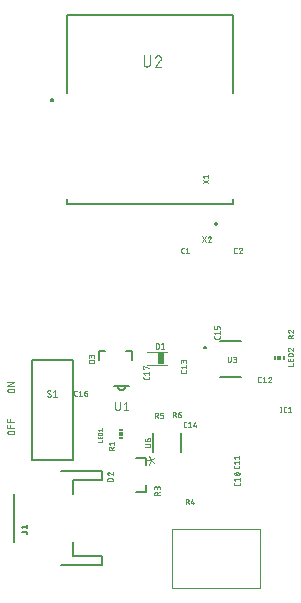
<source format=gbr>
G04 EAGLE Gerber RS-274X export*
G75*
%MOMM*%
%FSLAX34Y34*%
%LPD*%
%INSilkscreen Top*%
%IPPOS*%
%AMOC8*
5,1,8,0,0,1.08239X$1,22.5*%
G01*
%ADD10C,0.050800*%
%ADD11C,0.127000*%
%ADD12C,0.200000*%
%ADD13C,0.076200*%
%ADD14C,0.140000*%
%ADD15C,0.350000*%
%ADD16C,0.100000*%
%ADD17C,0.203200*%
%ADD18C,0.152400*%
%ADD19C,0.101600*%
%ADD20R,0.600000X1.100000*%
%ADD21C,0.025400*%
%ADD22R,0.300000X0.150000*%
%ADD23R,0.300000X0.300000*%
%ADD24R,0.150000X0.300000*%


D10*
X105215Y-138938D02*
X105285Y-138936D01*
X105354Y-138930D01*
X105423Y-138920D01*
X105491Y-138907D01*
X105559Y-138889D01*
X105625Y-138868D01*
X105690Y-138843D01*
X105754Y-138815D01*
X105816Y-138783D01*
X105876Y-138748D01*
X105934Y-138709D01*
X105989Y-138667D01*
X106043Y-138622D01*
X106093Y-138574D01*
X106141Y-138524D01*
X106186Y-138470D01*
X106228Y-138415D01*
X106267Y-138357D01*
X106302Y-138297D01*
X106334Y-138235D01*
X106362Y-138171D01*
X106387Y-138106D01*
X106408Y-138040D01*
X106426Y-137972D01*
X106439Y-137904D01*
X106449Y-137835D01*
X106455Y-137766D01*
X106457Y-137696D01*
X105215Y-138938D02*
X105116Y-138936D01*
X105018Y-138931D01*
X104920Y-138921D01*
X104822Y-138908D01*
X104725Y-138892D01*
X104628Y-138872D01*
X104533Y-138848D01*
X104438Y-138820D01*
X104344Y-138789D01*
X104252Y-138755D01*
X104161Y-138717D01*
X104071Y-138676D01*
X103983Y-138631D01*
X103897Y-138583D01*
X103813Y-138532D01*
X103731Y-138478D01*
X103650Y-138420D01*
X103572Y-138360D01*
X103497Y-138297D01*
X103423Y-138231D01*
X103353Y-138162D01*
X103507Y-134592D02*
X103509Y-134522D01*
X103515Y-134453D01*
X103525Y-134384D01*
X103538Y-134316D01*
X103556Y-134248D01*
X103577Y-134182D01*
X103602Y-134117D01*
X103630Y-134053D01*
X103662Y-133991D01*
X103697Y-133931D01*
X103736Y-133873D01*
X103778Y-133818D01*
X103823Y-133764D01*
X103871Y-133714D01*
X103921Y-133666D01*
X103975Y-133621D01*
X104030Y-133579D01*
X104088Y-133540D01*
X104148Y-133505D01*
X104210Y-133473D01*
X104274Y-133445D01*
X104339Y-133420D01*
X104405Y-133399D01*
X104473Y-133381D01*
X104541Y-133368D01*
X104610Y-133358D01*
X104679Y-133352D01*
X104749Y-133350D01*
X104843Y-133352D01*
X104936Y-133358D01*
X105029Y-133367D01*
X105122Y-133380D01*
X105214Y-133397D01*
X105305Y-133417D01*
X105396Y-133442D01*
X105485Y-133469D01*
X105573Y-133501D01*
X105660Y-133536D01*
X105746Y-133574D01*
X105829Y-133616D01*
X105912Y-133661D01*
X105992Y-133709D01*
X106070Y-133761D01*
X106146Y-133816D01*
X104129Y-135678D02*
X104070Y-135642D01*
X104014Y-135602D01*
X103960Y-135559D01*
X103908Y-135514D01*
X103859Y-135465D01*
X103813Y-135414D01*
X103770Y-135361D01*
X103729Y-135305D01*
X103692Y-135247D01*
X103657Y-135187D01*
X103627Y-135126D01*
X103599Y-135063D01*
X103575Y-134998D01*
X103555Y-134932D01*
X103538Y-134865D01*
X103525Y-134798D01*
X103516Y-134730D01*
X103510Y-134661D01*
X103508Y-134592D01*
X105835Y-136610D02*
X105894Y-136646D01*
X105950Y-136686D01*
X106004Y-136729D01*
X106056Y-136774D01*
X106105Y-136823D01*
X106151Y-136874D01*
X106194Y-136927D01*
X106235Y-136983D01*
X106272Y-137041D01*
X106307Y-137101D01*
X106337Y-137162D01*
X106365Y-137225D01*
X106389Y-137290D01*
X106409Y-137356D01*
X106426Y-137423D01*
X106439Y-137490D01*
X106448Y-137558D01*
X106454Y-137627D01*
X106456Y-137696D01*
X105836Y-136610D02*
X104128Y-135678D01*
X108656Y-134592D02*
X110208Y-133350D01*
X110208Y-138938D01*
X108656Y-138938D02*
X111760Y-138938D01*
X73886Y-170744D02*
X71402Y-170744D01*
X71325Y-170742D01*
X71247Y-170736D01*
X71171Y-170727D01*
X71094Y-170713D01*
X71019Y-170696D01*
X70945Y-170675D01*
X70871Y-170650D01*
X70799Y-170622D01*
X70729Y-170590D01*
X70660Y-170555D01*
X70593Y-170516D01*
X70528Y-170474D01*
X70465Y-170429D01*
X70404Y-170381D01*
X70346Y-170330D01*
X70291Y-170276D01*
X70238Y-170219D01*
X70189Y-170160D01*
X70142Y-170098D01*
X70098Y-170034D01*
X70058Y-169968D01*
X70021Y-169900D01*
X69987Y-169830D01*
X69957Y-169759D01*
X69931Y-169686D01*
X69908Y-169612D01*
X69889Y-169537D01*
X69874Y-169462D01*
X69862Y-169385D01*
X69854Y-169308D01*
X69850Y-169231D01*
X69850Y-169153D01*
X69854Y-169076D01*
X69862Y-168999D01*
X69874Y-168922D01*
X69889Y-168847D01*
X69908Y-168772D01*
X69931Y-168698D01*
X69957Y-168625D01*
X69987Y-168554D01*
X70021Y-168484D01*
X70058Y-168416D01*
X70098Y-168350D01*
X70142Y-168286D01*
X70189Y-168224D01*
X70238Y-168165D01*
X70291Y-168108D01*
X70346Y-168054D01*
X70404Y-168003D01*
X70465Y-167955D01*
X70528Y-167910D01*
X70593Y-167868D01*
X70660Y-167829D01*
X70729Y-167794D01*
X70799Y-167762D01*
X70871Y-167734D01*
X70945Y-167709D01*
X71019Y-167688D01*
X71094Y-167671D01*
X71171Y-167657D01*
X71247Y-167648D01*
X71325Y-167642D01*
X71402Y-167640D01*
X71402Y-167639D02*
X73886Y-167639D01*
X73886Y-167640D02*
X73963Y-167642D01*
X74041Y-167648D01*
X74117Y-167657D01*
X74194Y-167671D01*
X74269Y-167688D01*
X74343Y-167709D01*
X74417Y-167734D01*
X74489Y-167762D01*
X74559Y-167794D01*
X74628Y-167829D01*
X74695Y-167868D01*
X74760Y-167910D01*
X74823Y-167955D01*
X74884Y-168003D01*
X74942Y-168054D01*
X74997Y-168108D01*
X75050Y-168165D01*
X75099Y-168224D01*
X75146Y-168286D01*
X75190Y-168350D01*
X75230Y-168416D01*
X75267Y-168484D01*
X75301Y-168554D01*
X75331Y-168625D01*
X75357Y-168698D01*
X75380Y-168772D01*
X75399Y-168847D01*
X75414Y-168922D01*
X75426Y-168999D01*
X75434Y-169076D01*
X75438Y-169153D01*
X75438Y-169231D01*
X75434Y-169308D01*
X75426Y-169385D01*
X75414Y-169462D01*
X75399Y-169537D01*
X75380Y-169612D01*
X75357Y-169686D01*
X75331Y-169759D01*
X75301Y-169830D01*
X75267Y-169900D01*
X75230Y-169968D01*
X75190Y-170034D01*
X75146Y-170098D01*
X75099Y-170160D01*
X75050Y-170219D01*
X74997Y-170276D01*
X74942Y-170330D01*
X74884Y-170381D01*
X74823Y-170429D01*
X74760Y-170474D01*
X74695Y-170516D01*
X74628Y-170555D01*
X74559Y-170590D01*
X74489Y-170622D01*
X74417Y-170650D01*
X74343Y-170675D01*
X74269Y-170696D01*
X74194Y-170713D01*
X74117Y-170727D01*
X74041Y-170736D01*
X73963Y-170742D01*
X73886Y-170744D01*
X75438Y-165064D02*
X69850Y-165064D01*
X69850Y-162580D01*
X72334Y-162580D02*
X72334Y-165064D01*
X69850Y-160309D02*
X75438Y-160309D01*
X69850Y-160309D02*
X69850Y-157825D01*
X72334Y-157825D02*
X72334Y-160309D01*
X71402Y-135266D02*
X73886Y-135266D01*
X71402Y-135265D02*
X71325Y-135263D01*
X71247Y-135257D01*
X71171Y-135248D01*
X71094Y-135234D01*
X71019Y-135217D01*
X70945Y-135196D01*
X70871Y-135171D01*
X70799Y-135143D01*
X70729Y-135111D01*
X70660Y-135076D01*
X70593Y-135037D01*
X70528Y-134995D01*
X70465Y-134950D01*
X70404Y-134902D01*
X70346Y-134851D01*
X70291Y-134797D01*
X70238Y-134740D01*
X70189Y-134681D01*
X70142Y-134619D01*
X70098Y-134555D01*
X70058Y-134489D01*
X70021Y-134421D01*
X69987Y-134351D01*
X69957Y-134280D01*
X69931Y-134207D01*
X69908Y-134133D01*
X69889Y-134058D01*
X69874Y-133983D01*
X69862Y-133906D01*
X69854Y-133829D01*
X69850Y-133752D01*
X69850Y-133674D01*
X69854Y-133597D01*
X69862Y-133520D01*
X69874Y-133443D01*
X69889Y-133368D01*
X69908Y-133293D01*
X69931Y-133219D01*
X69957Y-133146D01*
X69987Y-133075D01*
X70021Y-133005D01*
X70058Y-132937D01*
X70098Y-132871D01*
X70142Y-132807D01*
X70189Y-132745D01*
X70238Y-132686D01*
X70291Y-132629D01*
X70346Y-132575D01*
X70404Y-132524D01*
X70465Y-132476D01*
X70528Y-132431D01*
X70593Y-132389D01*
X70660Y-132350D01*
X70729Y-132315D01*
X70799Y-132283D01*
X70871Y-132255D01*
X70945Y-132230D01*
X71019Y-132209D01*
X71094Y-132192D01*
X71171Y-132178D01*
X71247Y-132169D01*
X71325Y-132163D01*
X71402Y-132161D01*
X73886Y-132161D01*
X73963Y-132163D01*
X74041Y-132169D01*
X74117Y-132178D01*
X74194Y-132192D01*
X74269Y-132209D01*
X74343Y-132230D01*
X74417Y-132255D01*
X74489Y-132283D01*
X74559Y-132315D01*
X74628Y-132350D01*
X74695Y-132389D01*
X74760Y-132431D01*
X74823Y-132476D01*
X74884Y-132524D01*
X74942Y-132575D01*
X74997Y-132629D01*
X75050Y-132686D01*
X75099Y-132745D01*
X75146Y-132807D01*
X75190Y-132871D01*
X75230Y-132937D01*
X75267Y-133005D01*
X75301Y-133075D01*
X75331Y-133146D01*
X75357Y-133219D01*
X75380Y-133293D01*
X75399Y-133368D01*
X75414Y-133443D01*
X75426Y-133520D01*
X75434Y-133597D01*
X75438Y-133674D01*
X75438Y-133752D01*
X75434Y-133829D01*
X75426Y-133906D01*
X75414Y-133983D01*
X75399Y-134058D01*
X75380Y-134133D01*
X75357Y-134207D01*
X75331Y-134280D01*
X75301Y-134351D01*
X75267Y-134421D01*
X75230Y-134489D01*
X75190Y-134555D01*
X75146Y-134619D01*
X75099Y-134681D01*
X75050Y-134740D01*
X74997Y-134797D01*
X74942Y-134851D01*
X74884Y-134902D01*
X74823Y-134950D01*
X74760Y-134995D01*
X74695Y-135037D01*
X74628Y-135076D01*
X74559Y-135111D01*
X74489Y-135143D01*
X74417Y-135171D01*
X74343Y-135196D01*
X74269Y-135217D01*
X74194Y-135234D01*
X74117Y-135248D01*
X74041Y-135257D01*
X73963Y-135263D01*
X73886Y-135265D01*
X75438Y-129596D02*
X69850Y-129596D01*
X75438Y-126492D01*
X69850Y-126492D01*
D11*
X120500Y118040D02*
X120500Y184140D01*
X260500Y184140D01*
X260500Y118040D01*
X120500Y28240D02*
X120500Y24140D01*
X260500Y24140D01*
X260500Y28240D01*
D12*
X106500Y112040D02*
X106502Y112103D01*
X106508Y112165D01*
X106518Y112227D01*
X106531Y112289D01*
X106549Y112349D01*
X106570Y112408D01*
X106595Y112466D01*
X106624Y112522D01*
X106656Y112576D01*
X106691Y112628D01*
X106729Y112677D01*
X106771Y112725D01*
X106815Y112769D01*
X106863Y112811D01*
X106912Y112849D01*
X106964Y112884D01*
X107018Y112916D01*
X107074Y112945D01*
X107132Y112970D01*
X107191Y112991D01*
X107251Y113009D01*
X107313Y113022D01*
X107375Y113032D01*
X107437Y113038D01*
X107500Y113040D01*
X107563Y113038D01*
X107625Y113032D01*
X107687Y113022D01*
X107749Y113009D01*
X107809Y112991D01*
X107868Y112970D01*
X107926Y112945D01*
X107982Y112916D01*
X108036Y112884D01*
X108088Y112849D01*
X108137Y112811D01*
X108185Y112769D01*
X108229Y112725D01*
X108271Y112677D01*
X108309Y112628D01*
X108344Y112576D01*
X108376Y112522D01*
X108405Y112466D01*
X108430Y112408D01*
X108451Y112349D01*
X108469Y112289D01*
X108482Y112227D01*
X108492Y112165D01*
X108498Y112103D01*
X108500Y112040D01*
X108498Y111977D01*
X108492Y111915D01*
X108482Y111853D01*
X108469Y111791D01*
X108451Y111731D01*
X108430Y111672D01*
X108405Y111614D01*
X108376Y111558D01*
X108344Y111504D01*
X108309Y111452D01*
X108271Y111403D01*
X108229Y111355D01*
X108185Y111311D01*
X108137Y111269D01*
X108088Y111231D01*
X108036Y111196D01*
X107982Y111164D01*
X107926Y111135D01*
X107868Y111110D01*
X107809Y111089D01*
X107749Y111071D01*
X107687Y111058D01*
X107625Y111048D01*
X107563Y111042D01*
X107500Y111040D01*
X107437Y111042D01*
X107375Y111048D01*
X107313Y111058D01*
X107251Y111071D01*
X107191Y111089D01*
X107132Y111110D01*
X107074Y111135D01*
X107018Y111164D01*
X106964Y111196D01*
X106912Y111231D01*
X106863Y111269D01*
X106815Y111311D01*
X106771Y111355D01*
X106729Y111403D01*
X106691Y111452D01*
X106656Y111504D01*
X106624Y111558D01*
X106595Y111614D01*
X106570Y111672D01*
X106549Y111731D01*
X106531Y111791D01*
X106518Y111853D01*
X106508Y111915D01*
X106502Y111977D01*
X106500Y112040D01*
D13*
X185143Y143254D02*
X185143Y150061D01*
X185143Y143254D02*
X185145Y143152D01*
X185151Y143051D01*
X185161Y142950D01*
X185174Y142849D01*
X185192Y142749D01*
X185214Y142650D01*
X185239Y142552D01*
X185268Y142455D01*
X185301Y142359D01*
X185337Y142264D01*
X185378Y142171D01*
X185421Y142079D01*
X185469Y141989D01*
X185520Y141901D01*
X185574Y141815D01*
X185631Y141732D01*
X185692Y141650D01*
X185755Y141571D01*
X185822Y141495D01*
X185892Y141421D01*
X185964Y141350D01*
X186040Y141282D01*
X186117Y141216D01*
X186198Y141154D01*
X186280Y141095D01*
X186365Y141039D01*
X186452Y140987D01*
X186541Y140938D01*
X186632Y140892D01*
X186724Y140850D01*
X186818Y140812D01*
X186913Y140777D01*
X187010Y140746D01*
X187108Y140719D01*
X187207Y140695D01*
X187306Y140676D01*
X187407Y140660D01*
X187508Y140648D01*
X187609Y140640D01*
X187710Y140636D01*
X187812Y140636D01*
X187913Y140640D01*
X188014Y140648D01*
X188115Y140660D01*
X188216Y140676D01*
X188315Y140695D01*
X188414Y140719D01*
X188512Y140746D01*
X188609Y140777D01*
X188704Y140812D01*
X188798Y140850D01*
X188890Y140892D01*
X188981Y140938D01*
X189070Y140987D01*
X189157Y141039D01*
X189242Y141095D01*
X189324Y141154D01*
X189405Y141216D01*
X189482Y141282D01*
X189558Y141350D01*
X189630Y141421D01*
X189700Y141495D01*
X189767Y141571D01*
X189830Y141650D01*
X189891Y141732D01*
X189948Y141815D01*
X190002Y141901D01*
X190053Y141989D01*
X190101Y142079D01*
X190144Y142171D01*
X190185Y142264D01*
X190221Y142359D01*
X190254Y142455D01*
X190283Y142552D01*
X190308Y142650D01*
X190330Y142749D01*
X190348Y142849D01*
X190361Y142950D01*
X190371Y143051D01*
X190377Y143152D01*
X190379Y143254D01*
X190379Y150061D01*
X197497Y150061D02*
X197592Y150059D01*
X197687Y150053D01*
X197781Y150044D01*
X197875Y150030D01*
X197968Y150013D01*
X198061Y149993D01*
X198153Y149968D01*
X198243Y149940D01*
X198332Y149908D01*
X198421Y149872D01*
X198507Y149834D01*
X198592Y149791D01*
X198675Y149745D01*
X198756Y149696D01*
X198835Y149644D01*
X198912Y149588D01*
X198987Y149530D01*
X199059Y149468D01*
X199129Y149404D01*
X199196Y149337D01*
X199261Y149267D01*
X199322Y149195D01*
X199381Y149120D01*
X199436Y149043D01*
X199488Y148964D01*
X199537Y148883D01*
X199583Y148800D01*
X199626Y148715D01*
X199664Y148628D01*
X199700Y148540D01*
X199732Y148451D01*
X199760Y148360D01*
X199785Y148269D01*
X199805Y148176D01*
X199822Y148083D01*
X199836Y147989D01*
X199845Y147895D01*
X199851Y147800D01*
X199853Y147705D01*
X197497Y150061D02*
X197388Y150059D01*
X197280Y150053D01*
X197171Y150043D01*
X197064Y150030D01*
X196956Y150012D01*
X196850Y149991D01*
X196744Y149966D01*
X196639Y149937D01*
X196535Y149904D01*
X196433Y149868D01*
X196332Y149828D01*
X196232Y149784D01*
X196134Y149737D01*
X196038Y149686D01*
X195943Y149632D01*
X195851Y149574D01*
X195761Y149514D01*
X195673Y149450D01*
X195587Y149383D01*
X195504Y149312D01*
X195424Y149239D01*
X195346Y149163D01*
X195271Y149085D01*
X195198Y149003D01*
X195129Y148920D01*
X195063Y148833D01*
X195000Y148745D01*
X194940Y148654D01*
X194883Y148561D01*
X194830Y148466D01*
X194780Y148369D01*
X194734Y148271D01*
X194692Y148171D01*
X194653Y148069D01*
X194617Y147967D01*
X199069Y145872D02*
X199138Y145941D01*
X199205Y146012D01*
X199268Y146086D01*
X199329Y146162D01*
X199387Y146241D01*
X199442Y146321D01*
X199494Y146404D01*
X199543Y146489D01*
X199588Y146575D01*
X199630Y146663D01*
X199668Y146753D01*
X199703Y146844D01*
X199735Y146937D01*
X199762Y147030D01*
X199787Y147125D01*
X199807Y147220D01*
X199824Y147316D01*
X199837Y147413D01*
X199846Y147510D01*
X199852Y147607D01*
X199854Y147705D01*
X199068Y145872D02*
X194617Y140636D01*
X199854Y140636D01*
D14*
X236126Y-97188D02*
X236128Y-97136D01*
X236134Y-97084D01*
X236144Y-97032D01*
X236157Y-96982D01*
X236174Y-96932D01*
X236195Y-96884D01*
X236220Y-96838D01*
X236248Y-96794D01*
X236279Y-96752D01*
X236313Y-96712D01*
X236350Y-96675D01*
X236390Y-96641D01*
X236432Y-96610D01*
X236476Y-96582D01*
X236522Y-96557D01*
X236570Y-96536D01*
X236620Y-96519D01*
X236670Y-96506D01*
X236722Y-96496D01*
X236774Y-96490D01*
X236826Y-96488D01*
X236878Y-96490D01*
X236930Y-96496D01*
X236982Y-96506D01*
X237032Y-96519D01*
X237082Y-96536D01*
X237130Y-96557D01*
X237176Y-96582D01*
X237220Y-96610D01*
X237262Y-96641D01*
X237302Y-96675D01*
X237339Y-96712D01*
X237373Y-96752D01*
X237404Y-96794D01*
X237432Y-96838D01*
X237457Y-96884D01*
X237478Y-96932D01*
X237495Y-96982D01*
X237508Y-97032D01*
X237518Y-97084D01*
X237524Y-97136D01*
X237526Y-97188D01*
X237524Y-97240D01*
X237518Y-97292D01*
X237508Y-97344D01*
X237495Y-97394D01*
X237478Y-97444D01*
X237457Y-97492D01*
X237432Y-97538D01*
X237404Y-97582D01*
X237373Y-97624D01*
X237339Y-97664D01*
X237302Y-97701D01*
X237262Y-97735D01*
X237220Y-97766D01*
X237176Y-97794D01*
X237130Y-97819D01*
X237082Y-97840D01*
X237032Y-97857D01*
X236982Y-97870D01*
X236930Y-97880D01*
X236878Y-97886D01*
X236826Y-97888D01*
X236774Y-97886D01*
X236722Y-97880D01*
X236670Y-97870D01*
X236620Y-97857D01*
X236570Y-97840D01*
X236522Y-97819D01*
X236476Y-97794D01*
X236432Y-97766D01*
X236390Y-97735D01*
X236350Y-97701D01*
X236313Y-97664D01*
X236279Y-97624D01*
X236248Y-97582D01*
X236220Y-97538D01*
X236195Y-97492D01*
X236174Y-97444D01*
X236157Y-97394D01*
X236144Y-97344D01*
X236134Y-97292D01*
X236128Y-97240D01*
X236126Y-97188D01*
D11*
X250026Y-91888D02*
X267626Y-91888D01*
X267626Y-122488D02*
X250026Y-122488D01*
D10*
X256226Y-108392D02*
X256226Y-105090D01*
X256226Y-108392D02*
X256228Y-108462D01*
X256234Y-108532D01*
X256243Y-108601D01*
X256257Y-108670D01*
X256274Y-108738D01*
X256295Y-108804D01*
X256319Y-108870D01*
X256347Y-108934D01*
X256379Y-108996D01*
X256414Y-109057D01*
X256452Y-109116D01*
X256494Y-109172D01*
X256538Y-109226D01*
X256586Y-109278D01*
X256636Y-109326D01*
X256689Y-109372D01*
X256744Y-109415D01*
X256801Y-109455D01*
X256861Y-109492D01*
X256923Y-109525D01*
X256986Y-109555D01*
X257051Y-109581D01*
X257117Y-109604D01*
X257184Y-109623D01*
X257253Y-109638D01*
X257322Y-109650D01*
X257391Y-109658D01*
X257461Y-109662D01*
X257531Y-109662D01*
X257601Y-109658D01*
X257670Y-109650D01*
X257739Y-109638D01*
X257808Y-109623D01*
X257875Y-109604D01*
X257941Y-109581D01*
X258006Y-109555D01*
X258069Y-109525D01*
X258131Y-109492D01*
X258191Y-109455D01*
X258248Y-109415D01*
X258303Y-109372D01*
X258356Y-109326D01*
X258406Y-109278D01*
X258454Y-109226D01*
X258498Y-109172D01*
X258540Y-109116D01*
X258578Y-109057D01*
X258613Y-108996D01*
X258645Y-108934D01*
X258673Y-108870D01*
X258697Y-108804D01*
X258718Y-108738D01*
X258735Y-108670D01*
X258749Y-108601D01*
X258758Y-108532D01*
X258764Y-108462D01*
X258766Y-108392D01*
X258766Y-105090D01*
X260950Y-109662D02*
X262220Y-109662D01*
X262290Y-109660D01*
X262360Y-109654D01*
X262429Y-109645D01*
X262498Y-109631D01*
X262566Y-109614D01*
X262632Y-109593D01*
X262698Y-109569D01*
X262762Y-109541D01*
X262824Y-109509D01*
X262885Y-109474D01*
X262944Y-109436D01*
X263000Y-109394D01*
X263054Y-109350D01*
X263106Y-109302D01*
X263154Y-109252D01*
X263200Y-109199D01*
X263243Y-109144D01*
X263283Y-109087D01*
X263320Y-109027D01*
X263353Y-108965D01*
X263383Y-108902D01*
X263409Y-108837D01*
X263432Y-108771D01*
X263451Y-108704D01*
X263466Y-108635D01*
X263478Y-108566D01*
X263486Y-108497D01*
X263490Y-108427D01*
X263490Y-108357D01*
X263486Y-108287D01*
X263478Y-108218D01*
X263466Y-108149D01*
X263451Y-108080D01*
X263432Y-108013D01*
X263409Y-107947D01*
X263383Y-107882D01*
X263353Y-107819D01*
X263320Y-107757D01*
X263283Y-107697D01*
X263243Y-107640D01*
X263200Y-107585D01*
X263154Y-107532D01*
X263106Y-107482D01*
X263054Y-107434D01*
X263000Y-107390D01*
X262944Y-107348D01*
X262885Y-107310D01*
X262824Y-107275D01*
X262762Y-107243D01*
X262698Y-107215D01*
X262632Y-107191D01*
X262566Y-107170D01*
X262498Y-107153D01*
X262429Y-107139D01*
X262360Y-107130D01*
X262290Y-107124D01*
X262220Y-107122D01*
X262474Y-105090D02*
X260950Y-105090D01*
X262474Y-105090D02*
X262537Y-105092D01*
X262599Y-105098D01*
X262661Y-105107D01*
X262722Y-105121D01*
X262782Y-105138D01*
X262841Y-105159D01*
X262899Y-105183D01*
X262955Y-105211D01*
X263009Y-105242D01*
X263061Y-105277D01*
X263111Y-105314D01*
X263158Y-105355D01*
X263203Y-105399D01*
X263246Y-105445D01*
X263285Y-105494D01*
X263321Y-105545D01*
X263354Y-105598D01*
X263383Y-105653D01*
X263410Y-105710D01*
X263432Y-105768D01*
X263451Y-105828D01*
X263466Y-105889D01*
X263478Y-105950D01*
X263486Y-106012D01*
X263490Y-106075D01*
X263490Y-106137D01*
X263486Y-106200D01*
X263478Y-106262D01*
X263466Y-106323D01*
X263451Y-106384D01*
X263432Y-106444D01*
X263410Y-106502D01*
X263383Y-106559D01*
X263354Y-106614D01*
X263321Y-106667D01*
X263285Y-106718D01*
X263246Y-106767D01*
X263203Y-106813D01*
X263158Y-106857D01*
X263111Y-106898D01*
X263061Y-106935D01*
X263009Y-106970D01*
X262955Y-107001D01*
X262899Y-107029D01*
X262841Y-107053D01*
X262782Y-107074D01*
X262722Y-107091D01*
X262661Y-107105D01*
X262599Y-107114D01*
X262537Y-107120D01*
X262474Y-107122D01*
X261458Y-107122D01*
D15*
X246634Y7366D03*
D10*
X237580Y-3138D02*
X234532Y-7710D01*
X237580Y-7710D02*
X234532Y-3138D01*
X240755Y-3138D02*
X240821Y-3140D01*
X240888Y-3146D01*
X240953Y-3155D01*
X241019Y-3169D01*
X241083Y-3186D01*
X241146Y-3207D01*
X241208Y-3231D01*
X241268Y-3260D01*
X241327Y-3291D01*
X241383Y-3326D01*
X241438Y-3364D01*
X241490Y-3405D01*
X241539Y-3450D01*
X241586Y-3497D01*
X241631Y-3546D01*
X241672Y-3598D01*
X241710Y-3653D01*
X241745Y-3710D01*
X241776Y-3768D01*
X241805Y-3828D01*
X241829Y-3890D01*
X241850Y-3953D01*
X241867Y-4017D01*
X241881Y-4083D01*
X241890Y-4148D01*
X241896Y-4215D01*
X241898Y-4281D01*
X240755Y-3138D02*
X240681Y-3140D01*
X240608Y-3145D01*
X240534Y-3155D01*
X240462Y-3168D01*
X240390Y-3184D01*
X240319Y-3204D01*
X240249Y-3228D01*
X240180Y-3255D01*
X240113Y-3286D01*
X240047Y-3320D01*
X239984Y-3357D01*
X239922Y-3397D01*
X239862Y-3441D01*
X239805Y-3487D01*
X239749Y-3536D01*
X239697Y-3588D01*
X239647Y-3643D01*
X239600Y-3700D01*
X239556Y-3759D01*
X239515Y-3820D01*
X239477Y-3884D01*
X239442Y-3949D01*
X239411Y-4016D01*
X239383Y-4084D01*
X239358Y-4154D01*
X241517Y-5170D02*
X241564Y-5123D01*
X241608Y-5074D01*
X241649Y-5022D01*
X241688Y-4968D01*
X241723Y-4912D01*
X241756Y-4854D01*
X241785Y-4795D01*
X241811Y-4734D01*
X241834Y-4672D01*
X241854Y-4608D01*
X241869Y-4544D01*
X241882Y-4479D01*
X241891Y-4413D01*
X241896Y-4347D01*
X241898Y-4281D01*
X241517Y-5170D02*
X239358Y-7710D01*
X241898Y-7710D01*
X239736Y41628D02*
X235164Y44676D01*
X235164Y41628D02*
X239736Y44676D01*
X236180Y46454D02*
X235164Y47724D01*
X239736Y47724D01*
X239736Y46454D02*
X239736Y48994D01*
X219202Y-17272D02*
X218186Y-17272D01*
X218125Y-17270D01*
X218064Y-17265D01*
X218003Y-17255D01*
X217943Y-17242D01*
X217884Y-17226D01*
X217826Y-17206D01*
X217769Y-17182D01*
X217714Y-17156D01*
X217660Y-17125D01*
X217609Y-17092D01*
X217559Y-17056D01*
X217512Y-17016D01*
X217468Y-16974D01*
X217426Y-16930D01*
X217386Y-16883D01*
X217350Y-16833D01*
X217317Y-16782D01*
X217286Y-16728D01*
X217260Y-16673D01*
X217236Y-16616D01*
X217216Y-16558D01*
X217200Y-16499D01*
X217187Y-16439D01*
X217177Y-16378D01*
X217172Y-16317D01*
X217170Y-16256D01*
X217170Y-13716D01*
X217172Y-13655D01*
X217177Y-13594D01*
X217187Y-13533D01*
X217200Y-13473D01*
X217216Y-13414D01*
X217236Y-13356D01*
X217260Y-13299D01*
X217286Y-13244D01*
X217317Y-13190D01*
X217350Y-13139D01*
X217386Y-13089D01*
X217426Y-13042D01*
X217468Y-12998D01*
X217512Y-12956D01*
X217559Y-12916D01*
X217609Y-12880D01*
X217660Y-12847D01*
X217714Y-12816D01*
X217769Y-12790D01*
X217826Y-12766D01*
X217884Y-12746D01*
X217943Y-12730D01*
X218003Y-12717D01*
X218064Y-12707D01*
X218125Y-12702D01*
X218186Y-12700D01*
X219202Y-12700D01*
X220995Y-13716D02*
X222265Y-12700D01*
X222265Y-17272D01*
X220995Y-17272D02*
X223535Y-17272D01*
X262890Y-17526D02*
X263906Y-17526D01*
X262890Y-17526D02*
X262829Y-17524D01*
X262768Y-17519D01*
X262707Y-17509D01*
X262647Y-17496D01*
X262588Y-17480D01*
X262530Y-17460D01*
X262473Y-17436D01*
X262418Y-17410D01*
X262364Y-17379D01*
X262313Y-17346D01*
X262263Y-17310D01*
X262216Y-17270D01*
X262172Y-17228D01*
X262130Y-17184D01*
X262090Y-17137D01*
X262054Y-17087D01*
X262021Y-17036D01*
X261990Y-16982D01*
X261964Y-16927D01*
X261940Y-16870D01*
X261920Y-16812D01*
X261904Y-16753D01*
X261891Y-16693D01*
X261881Y-16632D01*
X261876Y-16571D01*
X261874Y-16510D01*
X261874Y-13970D01*
X261876Y-13909D01*
X261881Y-13848D01*
X261891Y-13787D01*
X261904Y-13727D01*
X261920Y-13668D01*
X261940Y-13610D01*
X261964Y-13553D01*
X261990Y-13498D01*
X262021Y-13444D01*
X262054Y-13393D01*
X262090Y-13343D01*
X262130Y-13296D01*
X262172Y-13252D01*
X262216Y-13210D01*
X262263Y-13170D01*
X262313Y-13134D01*
X262364Y-13101D01*
X262418Y-13070D01*
X262473Y-13044D01*
X262530Y-13020D01*
X262588Y-13000D01*
X262647Y-12984D01*
X262707Y-12971D01*
X262768Y-12961D01*
X262829Y-12956D01*
X262890Y-12954D01*
X263906Y-12954D01*
X267096Y-12954D02*
X267162Y-12956D01*
X267229Y-12962D01*
X267294Y-12971D01*
X267360Y-12985D01*
X267424Y-13002D01*
X267487Y-13023D01*
X267549Y-13047D01*
X267609Y-13076D01*
X267668Y-13107D01*
X267724Y-13142D01*
X267779Y-13180D01*
X267831Y-13221D01*
X267880Y-13266D01*
X267927Y-13313D01*
X267972Y-13362D01*
X268013Y-13414D01*
X268051Y-13469D01*
X268086Y-13526D01*
X268117Y-13584D01*
X268146Y-13644D01*
X268170Y-13706D01*
X268191Y-13769D01*
X268208Y-13833D01*
X268222Y-13899D01*
X268231Y-13964D01*
X268237Y-14031D01*
X268239Y-14097D01*
X267096Y-12954D02*
X267022Y-12956D01*
X266949Y-12961D01*
X266875Y-12971D01*
X266803Y-12984D01*
X266731Y-13000D01*
X266660Y-13020D01*
X266590Y-13044D01*
X266521Y-13071D01*
X266454Y-13102D01*
X266388Y-13136D01*
X266325Y-13173D01*
X266263Y-13213D01*
X266203Y-13257D01*
X266146Y-13303D01*
X266090Y-13352D01*
X266038Y-13404D01*
X265988Y-13459D01*
X265941Y-13516D01*
X265897Y-13575D01*
X265856Y-13636D01*
X265818Y-13700D01*
X265783Y-13765D01*
X265752Y-13832D01*
X265724Y-13900D01*
X265699Y-13970D01*
X267858Y-14986D02*
X267905Y-14939D01*
X267949Y-14890D01*
X267990Y-14838D01*
X268029Y-14784D01*
X268064Y-14728D01*
X268097Y-14670D01*
X268126Y-14611D01*
X268152Y-14550D01*
X268175Y-14488D01*
X268195Y-14424D01*
X268210Y-14360D01*
X268223Y-14295D01*
X268232Y-14229D01*
X268237Y-14163D01*
X268239Y-14097D01*
X267858Y-14986D02*
X265699Y-17526D01*
X268239Y-17526D01*
X301244Y-147320D02*
X301244Y-151892D01*
X300736Y-151892D02*
X301752Y-151892D01*
X301752Y-147320D02*
X300736Y-147320D01*
X304633Y-151892D02*
X305649Y-151892D01*
X304633Y-151892D02*
X304572Y-151890D01*
X304511Y-151885D01*
X304450Y-151875D01*
X304390Y-151862D01*
X304331Y-151846D01*
X304273Y-151826D01*
X304216Y-151802D01*
X304161Y-151776D01*
X304107Y-151745D01*
X304056Y-151712D01*
X304006Y-151676D01*
X303959Y-151636D01*
X303915Y-151594D01*
X303873Y-151550D01*
X303833Y-151503D01*
X303797Y-151453D01*
X303764Y-151402D01*
X303733Y-151348D01*
X303707Y-151293D01*
X303683Y-151236D01*
X303663Y-151178D01*
X303647Y-151119D01*
X303634Y-151059D01*
X303624Y-150998D01*
X303619Y-150937D01*
X303617Y-150876D01*
X303617Y-148336D01*
X303619Y-148275D01*
X303624Y-148214D01*
X303634Y-148153D01*
X303647Y-148093D01*
X303663Y-148034D01*
X303683Y-147976D01*
X303707Y-147919D01*
X303733Y-147864D01*
X303764Y-147810D01*
X303797Y-147759D01*
X303833Y-147709D01*
X303873Y-147662D01*
X303915Y-147618D01*
X303959Y-147576D01*
X304006Y-147536D01*
X304056Y-147500D01*
X304107Y-147467D01*
X304161Y-147436D01*
X304216Y-147410D01*
X304273Y-147386D01*
X304331Y-147366D01*
X304390Y-147350D01*
X304450Y-147337D01*
X304511Y-147327D01*
X304572Y-147322D01*
X304633Y-147320D01*
X305649Y-147320D01*
X307442Y-148336D02*
X308712Y-147320D01*
X308712Y-151892D01*
X307442Y-151892D02*
X309982Y-151892D01*
D16*
X209280Y-250914D02*
X209280Y-300914D01*
X283480Y-300914D01*
X283480Y-250914D01*
X209280Y-250914D01*
D17*
X150156Y-281554D02*
X115156Y-281554D01*
X150156Y-281554D02*
X150156Y-273554D01*
X125156Y-273554D01*
X125156Y-261554D01*
X125156Y-221554D02*
X125156Y-209554D01*
X150156Y-209554D01*
X150156Y-201554D01*
X115156Y-201554D01*
X75156Y-221554D02*
X75156Y-261554D01*
D11*
X81915Y-253280D02*
X85669Y-253280D01*
X85669Y-253281D02*
X85734Y-253283D01*
X85798Y-253289D01*
X85862Y-253299D01*
X85926Y-253312D01*
X85988Y-253330D01*
X86049Y-253351D01*
X86109Y-253375D01*
X86167Y-253404D01*
X86224Y-253436D01*
X86278Y-253471D01*
X86330Y-253509D01*
X86380Y-253551D01*
X86427Y-253595D01*
X86471Y-253642D01*
X86513Y-253692D01*
X86551Y-253744D01*
X86586Y-253798D01*
X86618Y-253855D01*
X86647Y-253913D01*
X86671Y-253973D01*
X86692Y-254034D01*
X86710Y-254096D01*
X86723Y-254160D01*
X86733Y-254224D01*
X86739Y-254288D01*
X86741Y-254353D01*
X86741Y-254889D01*
X82987Y-250332D02*
X81915Y-248992D01*
X86741Y-248992D01*
X86741Y-250332D02*
X86741Y-247651D01*
D10*
X266446Y-212867D02*
X266446Y-211851D01*
X266446Y-212867D02*
X266444Y-212928D01*
X266439Y-212989D01*
X266429Y-213050D01*
X266416Y-213110D01*
X266400Y-213169D01*
X266380Y-213227D01*
X266356Y-213284D01*
X266330Y-213339D01*
X266299Y-213393D01*
X266266Y-213444D01*
X266230Y-213494D01*
X266190Y-213541D01*
X266148Y-213585D01*
X266104Y-213627D01*
X266057Y-213667D01*
X266007Y-213703D01*
X265956Y-213736D01*
X265902Y-213767D01*
X265847Y-213793D01*
X265790Y-213817D01*
X265732Y-213837D01*
X265673Y-213853D01*
X265613Y-213866D01*
X265552Y-213876D01*
X265491Y-213881D01*
X265430Y-213883D01*
X262890Y-213883D01*
X262829Y-213881D01*
X262768Y-213876D01*
X262707Y-213866D01*
X262647Y-213853D01*
X262588Y-213837D01*
X262530Y-213817D01*
X262473Y-213793D01*
X262418Y-213767D01*
X262364Y-213736D01*
X262313Y-213703D01*
X262263Y-213667D01*
X262216Y-213627D01*
X262172Y-213585D01*
X262130Y-213541D01*
X262090Y-213494D01*
X262054Y-213444D01*
X262021Y-213393D01*
X261990Y-213339D01*
X261964Y-213284D01*
X261940Y-213227D01*
X261920Y-213169D01*
X261904Y-213110D01*
X261891Y-213050D01*
X261881Y-212989D01*
X261876Y-212928D01*
X261874Y-212867D01*
X261874Y-211851D01*
X262890Y-210058D02*
X261874Y-208788D01*
X266446Y-208788D01*
X266446Y-210058D02*
X266446Y-207518D01*
X264160Y-205486D02*
X264038Y-205484D01*
X263916Y-205478D01*
X263794Y-205468D01*
X263673Y-205454D01*
X263552Y-205437D01*
X263432Y-205415D01*
X263313Y-205390D01*
X263194Y-205360D01*
X263077Y-205327D01*
X262960Y-205290D01*
X262845Y-205249D01*
X262732Y-205205D01*
X262619Y-205157D01*
X262509Y-205105D01*
X262455Y-205085D01*
X262401Y-205061D01*
X262350Y-205033D01*
X262300Y-205003D01*
X262252Y-204970D01*
X262207Y-204933D01*
X262163Y-204894D01*
X262123Y-204853D01*
X262084Y-204809D01*
X262049Y-204762D01*
X262017Y-204714D01*
X261987Y-204664D01*
X261961Y-204611D01*
X261938Y-204558D01*
X261919Y-204503D01*
X261903Y-204447D01*
X261890Y-204390D01*
X261881Y-204332D01*
X261876Y-204274D01*
X261874Y-204216D01*
X261876Y-204158D01*
X261881Y-204100D01*
X261890Y-204042D01*
X261903Y-203985D01*
X261919Y-203929D01*
X261938Y-203874D01*
X261961Y-203821D01*
X261987Y-203768D01*
X262017Y-203718D01*
X262049Y-203670D01*
X262084Y-203623D01*
X262123Y-203579D01*
X262163Y-203538D01*
X262207Y-203499D01*
X262252Y-203462D01*
X262300Y-203429D01*
X262350Y-203399D01*
X262401Y-203371D01*
X262455Y-203347D01*
X262509Y-203327D01*
X262619Y-203275D01*
X262732Y-203227D01*
X262845Y-203183D01*
X262960Y-203142D01*
X263077Y-203105D01*
X263194Y-203072D01*
X263313Y-203042D01*
X263432Y-203017D01*
X263552Y-202995D01*
X263673Y-202978D01*
X263794Y-202964D01*
X263916Y-202954D01*
X264038Y-202948D01*
X264160Y-202946D01*
X264160Y-205486D02*
X264282Y-205484D01*
X264404Y-205478D01*
X264526Y-205468D01*
X264647Y-205454D01*
X264768Y-205437D01*
X264888Y-205415D01*
X265007Y-205390D01*
X265126Y-205360D01*
X265243Y-205327D01*
X265360Y-205290D01*
X265475Y-205249D01*
X265588Y-205205D01*
X265701Y-205157D01*
X265811Y-205105D01*
X265865Y-205085D01*
X265919Y-205061D01*
X265970Y-205033D01*
X266020Y-205003D01*
X266068Y-204970D01*
X266113Y-204933D01*
X266157Y-204894D01*
X266197Y-204853D01*
X266236Y-204809D01*
X266271Y-204762D01*
X266303Y-204714D01*
X266333Y-204664D01*
X266359Y-204611D01*
X266382Y-204558D01*
X266401Y-204503D01*
X266417Y-204447D01*
X266430Y-204390D01*
X266439Y-204332D01*
X266444Y-204274D01*
X266446Y-204216D01*
X265811Y-203327D02*
X265701Y-203275D01*
X265588Y-203227D01*
X265475Y-203183D01*
X265360Y-203142D01*
X265243Y-203105D01*
X265126Y-203072D01*
X265007Y-203042D01*
X264888Y-203017D01*
X264768Y-202995D01*
X264647Y-202978D01*
X264526Y-202964D01*
X264404Y-202954D01*
X264282Y-202948D01*
X264160Y-202946D01*
X265811Y-203327D02*
X265865Y-203347D01*
X265919Y-203371D01*
X265970Y-203399D01*
X266020Y-203429D01*
X266068Y-203462D01*
X266113Y-203499D01*
X266157Y-203538D01*
X266197Y-203579D01*
X266236Y-203623D01*
X266271Y-203670D01*
X266303Y-203718D01*
X266333Y-203768D01*
X266359Y-203821D01*
X266382Y-203874D01*
X266401Y-203929D01*
X266417Y-203985D01*
X266430Y-204042D01*
X266439Y-204100D01*
X266444Y-204158D01*
X266446Y-204216D01*
X265430Y-205232D02*
X262890Y-203200D01*
X266192Y-198643D02*
X266192Y-197627D01*
X266192Y-198643D02*
X266190Y-198704D01*
X266185Y-198765D01*
X266175Y-198826D01*
X266162Y-198886D01*
X266146Y-198945D01*
X266126Y-199003D01*
X266102Y-199060D01*
X266076Y-199115D01*
X266045Y-199169D01*
X266012Y-199220D01*
X265976Y-199270D01*
X265936Y-199317D01*
X265894Y-199361D01*
X265850Y-199403D01*
X265803Y-199443D01*
X265753Y-199479D01*
X265702Y-199512D01*
X265648Y-199543D01*
X265593Y-199569D01*
X265536Y-199593D01*
X265478Y-199613D01*
X265419Y-199629D01*
X265359Y-199642D01*
X265298Y-199652D01*
X265237Y-199657D01*
X265176Y-199659D01*
X262636Y-199659D01*
X262575Y-199657D01*
X262514Y-199652D01*
X262453Y-199642D01*
X262393Y-199629D01*
X262334Y-199613D01*
X262276Y-199593D01*
X262219Y-199569D01*
X262164Y-199543D01*
X262110Y-199512D01*
X262059Y-199479D01*
X262009Y-199443D01*
X261962Y-199403D01*
X261918Y-199361D01*
X261876Y-199317D01*
X261836Y-199270D01*
X261800Y-199220D01*
X261767Y-199169D01*
X261736Y-199115D01*
X261710Y-199060D01*
X261686Y-199003D01*
X261666Y-198945D01*
X261650Y-198886D01*
X261637Y-198826D01*
X261627Y-198765D01*
X261622Y-198704D01*
X261620Y-198643D01*
X261620Y-197627D01*
X262636Y-195834D02*
X261620Y-194564D01*
X266192Y-194564D01*
X266192Y-195834D02*
X266192Y-193294D01*
X262636Y-191262D02*
X261620Y-189992D01*
X266192Y-189992D01*
X266192Y-191262D02*
X266192Y-188722D01*
X283195Y-126746D02*
X284211Y-126746D01*
X283195Y-126746D02*
X283134Y-126744D01*
X283073Y-126739D01*
X283012Y-126729D01*
X282952Y-126716D01*
X282893Y-126700D01*
X282835Y-126680D01*
X282778Y-126656D01*
X282723Y-126630D01*
X282669Y-126599D01*
X282618Y-126566D01*
X282568Y-126530D01*
X282521Y-126490D01*
X282477Y-126448D01*
X282435Y-126404D01*
X282395Y-126357D01*
X282359Y-126307D01*
X282326Y-126256D01*
X282295Y-126202D01*
X282269Y-126147D01*
X282245Y-126090D01*
X282225Y-126032D01*
X282209Y-125973D01*
X282196Y-125913D01*
X282186Y-125852D01*
X282181Y-125791D01*
X282179Y-125730D01*
X282179Y-123190D01*
X282181Y-123129D01*
X282186Y-123068D01*
X282196Y-123007D01*
X282209Y-122947D01*
X282225Y-122888D01*
X282245Y-122830D01*
X282269Y-122773D01*
X282295Y-122718D01*
X282326Y-122664D01*
X282359Y-122613D01*
X282395Y-122563D01*
X282435Y-122516D01*
X282477Y-122472D01*
X282521Y-122430D01*
X282568Y-122390D01*
X282618Y-122354D01*
X282669Y-122321D01*
X282723Y-122290D01*
X282778Y-122264D01*
X282835Y-122240D01*
X282893Y-122220D01*
X282952Y-122204D01*
X283012Y-122191D01*
X283073Y-122181D01*
X283134Y-122176D01*
X283195Y-122174D01*
X284211Y-122174D01*
X286004Y-123190D02*
X287274Y-122174D01*
X287274Y-126746D01*
X286004Y-126746D02*
X288544Y-126746D01*
X293116Y-123317D02*
X293114Y-123251D01*
X293108Y-123184D01*
X293099Y-123119D01*
X293085Y-123053D01*
X293068Y-122989D01*
X293047Y-122926D01*
X293023Y-122864D01*
X292994Y-122804D01*
X292963Y-122746D01*
X292928Y-122689D01*
X292890Y-122634D01*
X292849Y-122582D01*
X292804Y-122533D01*
X292757Y-122486D01*
X292708Y-122441D01*
X292656Y-122400D01*
X292601Y-122362D01*
X292545Y-122327D01*
X292486Y-122296D01*
X292426Y-122267D01*
X292364Y-122243D01*
X292301Y-122222D01*
X292237Y-122205D01*
X292171Y-122191D01*
X292106Y-122182D01*
X292039Y-122176D01*
X291973Y-122174D01*
X291899Y-122176D01*
X291826Y-122181D01*
X291752Y-122191D01*
X291680Y-122204D01*
X291608Y-122220D01*
X291537Y-122240D01*
X291467Y-122264D01*
X291398Y-122291D01*
X291331Y-122322D01*
X291265Y-122356D01*
X291202Y-122393D01*
X291140Y-122433D01*
X291080Y-122477D01*
X291023Y-122523D01*
X290967Y-122572D01*
X290915Y-122624D01*
X290865Y-122679D01*
X290818Y-122736D01*
X290774Y-122795D01*
X290733Y-122856D01*
X290695Y-122920D01*
X290660Y-122985D01*
X290629Y-123052D01*
X290601Y-123120D01*
X290576Y-123190D01*
X292735Y-124206D02*
X292782Y-124159D01*
X292826Y-124110D01*
X292867Y-124058D01*
X292906Y-124004D01*
X292941Y-123948D01*
X292974Y-123890D01*
X293003Y-123831D01*
X293029Y-123770D01*
X293052Y-123708D01*
X293072Y-123644D01*
X293087Y-123580D01*
X293100Y-123515D01*
X293109Y-123449D01*
X293114Y-123383D01*
X293116Y-123317D01*
X292735Y-124206D02*
X290576Y-126746D01*
X293116Y-126746D01*
X221234Y-117602D02*
X221234Y-116586D01*
X221234Y-117602D02*
X221232Y-117663D01*
X221227Y-117724D01*
X221217Y-117785D01*
X221204Y-117845D01*
X221188Y-117904D01*
X221168Y-117962D01*
X221144Y-118019D01*
X221118Y-118074D01*
X221087Y-118128D01*
X221054Y-118179D01*
X221018Y-118229D01*
X220978Y-118276D01*
X220936Y-118320D01*
X220892Y-118362D01*
X220845Y-118402D01*
X220795Y-118438D01*
X220744Y-118471D01*
X220690Y-118502D01*
X220635Y-118528D01*
X220578Y-118552D01*
X220520Y-118572D01*
X220461Y-118588D01*
X220401Y-118601D01*
X220340Y-118611D01*
X220279Y-118616D01*
X220218Y-118618D01*
X217678Y-118618D01*
X217617Y-118616D01*
X217556Y-118611D01*
X217495Y-118601D01*
X217435Y-118588D01*
X217376Y-118572D01*
X217318Y-118552D01*
X217261Y-118528D01*
X217206Y-118502D01*
X217152Y-118471D01*
X217101Y-118438D01*
X217051Y-118402D01*
X217004Y-118362D01*
X216960Y-118320D01*
X216918Y-118276D01*
X216878Y-118229D01*
X216842Y-118179D01*
X216809Y-118128D01*
X216778Y-118074D01*
X216752Y-118019D01*
X216728Y-117962D01*
X216708Y-117904D01*
X216692Y-117845D01*
X216679Y-117785D01*
X216669Y-117724D01*
X216664Y-117663D01*
X216662Y-117602D01*
X216662Y-116586D01*
X217678Y-114793D02*
X216662Y-113523D01*
X221234Y-113523D01*
X221234Y-114793D02*
X221234Y-112253D01*
X221234Y-110221D02*
X221234Y-108951D01*
X221232Y-108881D01*
X221226Y-108811D01*
X221217Y-108742D01*
X221203Y-108673D01*
X221186Y-108605D01*
X221165Y-108539D01*
X221141Y-108473D01*
X221113Y-108409D01*
X221081Y-108347D01*
X221046Y-108286D01*
X221008Y-108227D01*
X220966Y-108171D01*
X220922Y-108117D01*
X220874Y-108065D01*
X220824Y-108017D01*
X220771Y-107971D01*
X220716Y-107928D01*
X220659Y-107888D01*
X220599Y-107851D01*
X220537Y-107818D01*
X220474Y-107788D01*
X220409Y-107762D01*
X220343Y-107739D01*
X220276Y-107720D01*
X220207Y-107705D01*
X220138Y-107693D01*
X220069Y-107685D01*
X219999Y-107681D01*
X219929Y-107681D01*
X219859Y-107685D01*
X219790Y-107693D01*
X219721Y-107705D01*
X219652Y-107720D01*
X219585Y-107739D01*
X219519Y-107762D01*
X219454Y-107788D01*
X219391Y-107818D01*
X219329Y-107851D01*
X219269Y-107888D01*
X219212Y-107928D01*
X219157Y-107971D01*
X219104Y-108017D01*
X219054Y-108065D01*
X219006Y-108117D01*
X218962Y-108171D01*
X218920Y-108227D01*
X218882Y-108286D01*
X218847Y-108347D01*
X218815Y-108409D01*
X218787Y-108473D01*
X218763Y-108539D01*
X218742Y-108605D01*
X218725Y-108673D01*
X218711Y-108742D01*
X218702Y-108811D01*
X218696Y-108881D01*
X218694Y-108951D01*
X216662Y-108697D02*
X216662Y-110221D01*
X216662Y-108697D02*
X216664Y-108634D01*
X216670Y-108572D01*
X216679Y-108510D01*
X216693Y-108449D01*
X216710Y-108389D01*
X216731Y-108330D01*
X216755Y-108272D01*
X216783Y-108216D01*
X216814Y-108162D01*
X216849Y-108110D01*
X216886Y-108060D01*
X216927Y-108013D01*
X216971Y-107968D01*
X217017Y-107925D01*
X217066Y-107886D01*
X217117Y-107850D01*
X217170Y-107817D01*
X217225Y-107788D01*
X217282Y-107761D01*
X217340Y-107739D01*
X217400Y-107720D01*
X217461Y-107705D01*
X217522Y-107693D01*
X217584Y-107685D01*
X217647Y-107681D01*
X217709Y-107681D01*
X217772Y-107685D01*
X217834Y-107693D01*
X217895Y-107705D01*
X217956Y-107720D01*
X218016Y-107739D01*
X218074Y-107761D01*
X218131Y-107788D01*
X218186Y-107817D01*
X218239Y-107850D01*
X218290Y-107886D01*
X218339Y-107925D01*
X218385Y-107968D01*
X218429Y-108013D01*
X218470Y-108060D01*
X218507Y-108110D01*
X218542Y-108162D01*
X218573Y-108216D01*
X218601Y-108272D01*
X218625Y-108330D01*
X218646Y-108389D01*
X218663Y-108449D01*
X218677Y-108510D01*
X218686Y-108572D01*
X218692Y-108634D01*
X218694Y-108697D01*
X218694Y-109713D01*
D18*
X172974Y-130048D02*
X169672Y-130048D01*
X163576Y-130048D01*
X160274Y-130048D01*
X163576Y-130048D02*
X163578Y-130157D01*
X163584Y-130265D01*
X163593Y-130374D01*
X163607Y-130482D01*
X163624Y-130589D01*
X163646Y-130696D01*
X163671Y-130802D01*
X163699Y-130907D01*
X163732Y-131011D01*
X163768Y-131113D01*
X163808Y-131214D01*
X163851Y-131314D01*
X163898Y-131412D01*
X163949Y-131509D01*
X164003Y-131603D01*
X164060Y-131696D01*
X164120Y-131786D01*
X164184Y-131875D01*
X164251Y-131961D01*
X164320Y-132044D01*
X164393Y-132125D01*
X164469Y-132203D01*
X164547Y-132279D01*
X164628Y-132352D01*
X164711Y-132421D01*
X164797Y-132488D01*
X164886Y-132552D01*
X164976Y-132612D01*
X165069Y-132669D01*
X165163Y-132723D01*
X165260Y-132774D01*
X165358Y-132821D01*
X165458Y-132864D01*
X165559Y-132904D01*
X165661Y-132940D01*
X165765Y-132973D01*
X165870Y-133001D01*
X165976Y-133026D01*
X166083Y-133048D01*
X166190Y-133065D01*
X166298Y-133079D01*
X166407Y-133088D01*
X166515Y-133094D01*
X166624Y-133096D01*
X166733Y-133094D01*
X166841Y-133088D01*
X166950Y-133079D01*
X167058Y-133065D01*
X167165Y-133048D01*
X167272Y-133026D01*
X167378Y-133001D01*
X167483Y-132973D01*
X167587Y-132940D01*
X167689Y-132904D01*
X167790Y-132864D01*
X167890Y-132821D01*
X167988Y-132774D01*
X168085Y-132723D01*
X168179Y-132669D01*
X168272Y-132612D01*
X168362Y-132552D01*
X168451Y-132488D01*
X168537Y-132421D01*
X168620Y-132352D01*
X168701Y-132279D01*
X168779Y-132203D01*
X168855Y-132125D01*
X168928Y-132044D01*
X168997Y-131961D01*
X169064Y-131875D01*
X169128Y-131786D01*
X169188Y-131696D01*
X169245Y-131603D01*
X169299Y-131509D01*
X169350Y-131412D01*
X169397Y-131314D01*
X169440Y-131214D01*
X169480Y-131113D01*
X169516Y-131011D01*
X169549Y-130907D01*
X169577Y-130802D01*
X169602Y-130696D01*
X169624Y-130589D01*
X169641Y-130482D01*
X169655Y-130374D01*
X169664Y-130265D01*
X169670Y-130157D01*
X169672Y-130048D01*
D13*
X161112Y-143356D02*
X161112Y-148309D01*
X161114Y-148394D01*
X161120Y-148480D01*
X161129Y-148565D01*
X161143Y-148649D01*
X161160Y-148733D01*
X161181Y-148816D01*
X161205Y-148898D01*
X161233Y-148978D01*
X161265Y-149058D01*
X161301Y-149136D01*
X161339Y-149212D01*
X161382Y-149286D01*
X161427Y-149358D01*
X161476Y-149429D01*
X161528Y-149497D01*
X161582Y-149562D01*
X161640Y-149625D01*
X161701Y-149686D01*
X161764Y-149744D01*
X161829Y-149798D01*
X161897Y-149850D01*
X161968Y-149899D01*
X162040Y-149944D01*
X162114Y-149987D01*
X162190Y-150025D01*
X162268Y-150061D01*
X162348Y-150093D01*
X162428Y-150121D01*
X162510Y-150145D01*
X162593Y-150166D01*
X162677Y-150183D01*
X162761Y-150197D01*
X162846Y-150206D01*
X162932Y-150212D01*
X163017Y-150214D01*
X163102Y-150212D01*
X163188Y-150206D01*
X163273Y-150197D01*
X163357Y-150183D01*
X163441Y-150166D01*
X163524Y-150145D01*
X163606Y-150121D01*
X163686Y-150093D01*
X163766Y-150061D01*
X163844Y-150025D01*
X163920Y-149987D01*
X163994Y-149944D01*
X164066Y-149899D01*
X164137Y-149850D01*
X164205Y-149798D01*
X164270Y-149744D01*
X164333Y-149686D01*
X164394Y-149625D01*
X164452Y-149562D01*
X164506Y-149497D01*
X164558Y-149429D01*
X164607Y-149358D01*
X164652Y-149286D01*
X164695Y-149212D01*
X164733Y-149136D01*
X164769Y-149058D01*
X164801Y-148978D01*
X164829Y-148898D01*
X164853Y-148816D01*
X164874Y-148733D01*
X164891Y-148649D01*
X164905Y-148565D01*
X164914Y-148480D01*
X164920Y-148394D01*
X164922Y-148309D01*
X164922Y-143356D01*
X168198Y-144880D02*
X170103Y-143356D01*
X170103Y-150214D01*
X168198Y-150214D02*
X172008Y-150214D01*
D19*
X188096Y-111672D02*
X205096Y-111672D01*
X205096Y-100672D02*
X188096Y-100672D01*
D20*
X200096Y-106172D03*
D10*
X195418Y-98178D02*
X195418Y-93606D01*
X196688Y-93606D01*
X196757Y-93608D01*
X196825Y-93613D01*
X196893Y-93623D01*
X196961Y-93636D01*
X197028Y-93652D01*
X197094Y-93672D01*
X197158Y-93696D01*
X197221Y-93723D01*
X197283Y-93754D01*
X197343Y-93788D01*
X197401Y-93825D01*
X197457Y-93865D01*
X197510Y-93908D01*
X197561Y-93954D01*
X197610Y-94003D01*
X197656Y-94054D01*
X197699Y-94107D01*
X197739Y-94163D01*
X197776Y-94221D01*
X197810Y-94281D01*
X197841Y-94343D01*
X197868Y-94406D01*
X197892Y-94470D01*
X197912Y-94536D01*
X197928Y-94603D01*
X197941Y-94671D01*
X197951Y-94739D01*
X197956Y-94807D01*
X197958Y-94876D01*
X197958Y-96908D01*
X197956Y-96977D01*
X197951Y-97045D01*
X197941Y-97113D01*
X197928Y-97181D01*
X197912Y-97248D01*
X197892Y-97314D01*
X197868Y-97378D01*
X197841Y-97441D01*
X197810Y-97503D01*
X197776Y-97563D01*
X197739Y-97621D01*
X197699Y-97677D01*
X197656Y-97730D01*
X197610Y-97781D01*
X197561Y-97830D01*
X197510Y-97876D01*
X197457Y-97919D01*
X197401Y-97959D01*
X197343Y-97996D01*
X197283Y-98030D01*
X197221Y-98061D01*
X197158Y-98088D01*
X197094Y-98112D01*
X197028Y-98132D01*
X196961Y-98148D01*
X196893Y-98161D01*
X196825Y-98171D01*
X196757Y-98176D01*
X196688Y-98178D01*
X195418Y-98178D01*
X200142Y-94622D02*
X201412Y-93606D01*
X201412Y-98178D01*
X200142Y-98178D02*
X202682Y-98178D01*
D18*
X187198Y-190754D02*
X179070Y-190754D01*
X187198Y-190754D02*
X187198Y-196342D01*
X187198Y-219202D02*
X179070Y-219202D01*
X187198Y-219202D02*
X187198Y-213614D01*
D10*
X159004Y-210312D02*
X154432Y-210312D01*
X154432Y-209042D01*
X154434Y-208973D01*
X154439Y-208905D01*
X154449Y-208837D01*
X154462Y-208769D01*
X154478Y-208702D01*
X154498Y-208636D01*
X154522Y-208572D01*
X154549Y-208509D01*
X154580Y-208447D01*
X154614Y-208387D01*
X154651Y-208329D01*
X154691Y-208273D01*
X154734Y-208220D01*
X154780Y-208169D01*
X154829Y-208120D01*
X154880Y-208074D01*
X154933Y-208031D01*
X154989Y-207991D01*
X155047Y-207954D01*
X155107Y-207920D01*
X155169Y-207889D01*
X155232Y-207862D01*
X155296Y-207838D01*
X155362Y-207818D01*
X155429Y-207802D01*
X155497Y-207789D01*
X155565Y-207779D01*
X155633Y-207774D01*
X155702Y-207772D01*
X157734Y-207772D01*
X157803Y-207774D01*
X157871Y-207779D01*
X157939Y-207789D01*
X158007Y-207802D01*
X158074Y-207818D01*
X158140Y-207838D01*
X158204Y-207862D01*
X158267Y-207889D01*
X158329Y-207920D01*
X158389Y-207954D01*
X158447Y-207991D01*
X158503Y-208031D01*
X158556Y-208074D01*
X158607Y-208120D01*
X158656Y-208169D01*
X158702Y-208220D01*
X158745Y-208273D01*
X158785Y-208329D01*
X158822Y-208387D01*
X158856Y-208447D01*
X158887Y-208509D01*
X158914Y-208572D01*
X158938Y-208636D01*
X158958Y-208702D01*
X158974Y-208769D01*
X158987Y-208837D01*
X158997Y-208905D01*
X159002Y-208973D01*
X159004Y-209042D01*
X159004Y-210312D01*
X154432Y-204191D02*
X154434Y-204125D01*
X154440Y-204058D01*
X154449Y-203993D01*
X154463Y-203927D01*
X154480Y-203863D01*
X154501Y-203800D01*
X154525Y-203738D01*
X154554Y-203678D01*
X154585Y-203620D01*
X154620Y-203563D01*
X154658Y-203508D01*
X154699Y-203456D01*
X154744Y-203407D01*
X154791Y-203360D01*
X154840Y-203315D01*
X154892Y-203274D01*
X154947Y-203236D01*
X155004Y-203201D01*
X155062Y-203170D01*
X155122Y-203141D01*
X155184Y-203117D01*
X155247Y-203096D01*
X155311Y-203079D01*
X155377Y-203065D01*
X155442Y-203056D01*
X155509Y-203050D01*
X155575Y-203048D01*
X154432Y-204191D02*
X154434Y-204265D01*
X154439Y-204338D01*
X154449Y-204412D01*
X154462Y-204484D01*
X154478Y-204556D01*
X154498Y-204627D01*
X154522Y-204697D01*
X154549Y-204766D01*
X154580Y-204833D01*
X154614Y-204899D01*
X154651Y-204962D01*
X154691Y-205024D01*
X154735Y-205084D01*
X154781Y-205141D01*
X154830Y-205197D01*
X154882Y-205249D01*
X154937Y-205299D01*
X154994Y-205346D01*
X155053Y-205390D01*
X155114Y-205431D01*
X155178Y-205469D01*
X155243Y-205504D01*
X155310Y-205535D01*
X155378Y-205563D01*
X155448Y-205588D01*
X156464Y-203428D02*
X156417Y-203381D01*
X156368Y-203337D01*
X156316Y-203296D01*
X156262Y-203257D01*
X156206Y-203222D01*
X156148Y-203189D01*
X156089Y-203160D01*
X156028Y-203134D01*
X155966Y-203111D01*
X155902Y-203091D01*
X155838Y-203076D01*
X155773Y-203063D01*
X155707Y-203054D01*
X155641Y-203049D01*
X155575Y-203047D01*
X156464Y-203429D02*
X159004Y-205588D01*
X159004Y-203048D01*
D18*
X147066Y-107950D02*
X147066Y-99822D01*
X152654Y-99822D01*
X175514Y-99822D02*
X175514Y-107950D01*
X175514Y-99822D02*
X169926Y-99822D01*
D10*
X143256Y-110490D02*
X138684Y-110490D01*
X138684Y-109220D01*
X138686Y-109151D01*
X138691Y-109083D01*
X138701Y-109015D01*
X138714Y-108947D01*
X138730Y-108880D01*
X138750Y-108814D01*
X138774Y-108750D01*
X138801Y-108687D01*
X138832Y-108625D01*
X138866Y-108565D01*
X138903Y-108507D01*
X138943Y-108451D01*
X138986Y-108398D01*
X139032Y-108347D01*
X139081Y-108298D01*
X139132Y-108252D01*
X139185Y-108209D01*
X139241Y-108169D01*
X139299Y-108132D01*
X139359Y-108098D01*
X139421Y-108067D01*
X139484Y-108040D01*
X139548Y-108016D01*
X139614Y-107996D01*
X139681Y-107980D01*
X139749Y-107967D01*
X139817Y-107957D01*
X139885Y-107952D01*
X139954Y-107950D01*
X141986Y-107950D01*
X142055Y-107952D01*
X142123Y-107957D01*
X142191Y-107967D01*
X142259Y-107980D01*
X142326Y-107996D01*
X142392Y-108016D01*
X142456Y-108040D01*
X142519Y-108067D01*
X142581Y-108098D01*
X142641Y-108132D01*
X142699Y-108169D01*
X142755Y-108209D01*
X142808Y-108252D01*
X142859Y-108298D01*
X142908Y-108347D01*
X142954Y-108398D01*
X142997Y-108451D01*
X143037Y-108507D01*
X143074Y-108565D01*
X143108Y-108625D01*
X143139Y-108687D01*
X143166Y-108750D01*
X143190Y-108814D01*
X143210Y-108880D01*
X143226Y-108947D01*
X143239Y-109015D01*
X143249Y-109083D01*
X143254Y-109151D01*
X143256Y-109220D01*
X143256Y-110490D01*
X143256Y-105766D02*
X143256Y-104496D01*
X143254Y-104426D01*
X143248Y-104356D01*
X143239Y-104287D01*
X143225Y-104218D01*
X143208Y-104150D01*
X143187Y-104084D01*
X143163Y-104018D01*
X143135Y-103954D01*
X143103Y-103892D01*
X143068Y-103831D01*
X143030Y-103772D01*
X142988Y-103716D01*
X142944Y-103662D01*
X142896Y-103610D01*
X142846Y-103562D01*
X142793Y-103516D01*
X142738Y-103473D01*
X142681Y-103433D01*
X142621Y-103396D01*
X142559Y-103363D01*
X142496Y-103333D01*
X142431Y-103307D01*
X142365Y-103284D01*
X142298Y-103265D01*
X142229Y-103250D01*
X142160Y-103238D01*
X142091Y-103230D01*
X142021Y-103226D01*
X141951Y-103226D01*
X141881Y-103230D01*
X141812Y-103238D01*
X141743Y-103250D01*
X141674Y-103265D01*
X141607Y-103284D01*
X141541Y-103307D01*
X141476Y-103333D01*
X141413Y-103363D01*
X141351Y-103396D01*
X141291Y-103433D01*
X141234Y-103473D01*
X141179Y-103516D01*
X141126Y-103562D01*
X141076Y-103610D01*
X141028Y-103662D01*
X140984Y-103716D01*
X140942Y-103772D01*
X140904Y-103831D01*
X140869Y-103892D01*
X140837Y-103954D01*
X140809Y-104018D01*
X140785Y-104084D01*
X140764Y-104150D01*
X140747Y-104218D01*
X140733Y-104287D01*
X140724Y-104356D01*
X140718Y-104426D01*
X140716Y-104496D01*
X138684Y-104242D02*
X138684Y-105766D01*
X138684Y-104242D02*
X138686Y-104179D01*
X138692Y-104117D01*
X138701Y-104055D01*
X138715Y-103994D01*
X138732Y-103934D01*
X138753Y-103875D01*
X138777Y-103817D01*
X138805Y-103761D01*
X138836Y-103707D01*
X138871Y-103655D01*
X138908Y-103605D01*
X138949Y-103558D01*
X138993Y-103513D01*
X139039Y-103470D01*
X139088Y-103431D01*
X139139Y-103395D01*
X139192Y-103362D01*
X139247Y-103333D01*
X139304Y-103306D01*
X139362Y-103284D01*
X139422Y-103265D01*
X139483Y-103250D01*
X139544Y-103238D01*
X139606Y-103230D01*
X139669Y-103226D01*
X139731Y-103226D01*
X139794Y-103230D01*
X139856Y-103238D01*
X139917Y-103250D01*
X139978Y-103265D01*
X140038Y-103284D01*
X140096Y-103306D01*
X140153Y-103333D01*
X140208Y-103362D01*
X140261Y-103395D01*
X140312Y-103431D01*
X140361Y-103470D01*
X140407Y-103513D01*
X140451Y-103558D01*
X140492Y-103605D01*
X140529Y-103655D01*
X140564Y-103707D01*
X140595Y-103761D01*
X140623Y-103817D01*
X140647Y-103875D01*
X140668Y-103934D01*
X140685Y-103994D01*
X140699Y-104055D01*
X140708Y-104117D01*
X140714Y-104179D01*
X140716Y-104242D01*
X140716Y-105258D01*
D18*
X217170Y-169672D02*
X217170Y-185928D01*
X192786Y-185928D02*
X192786Y-169672D01*
D13*
X191064Y-192821D02*
X187085Y-192821D01*
X191064Y-192821D02*
X194049Y-190500D01*
X191064Y-192821D02*
X194049Y-195143D01*
X191064Y-192821D02*
X189738Y-189174D01*
X191064Y-192821D02*
X189738Y-196469D01*
D21*
X189540Y-181483D02*
X186055Y-181483D01*
X189540Y-181483D02*
X189611Y-181481D01*
X189683Y-181475D01*
X189753Y-181466D01*
X189823Y-181453D01*
X189893Y-181436D01*
X189961Y-181415D01*
X190028Y-181391D01*
X190094Y-181363D01*
X190158Y-181332D01*
X190221Y-181297D01*
X190281Y-181259D01*
X190340Y-181218D01*
X190396Y-181174D01*
X190450Y-181127D01*
X190501Y-181078D01*
X190549Y-181025D01*
X190595Y-180970D01*
X190637Y-180913D01*
X190677Y-180853D01*
X190713Y-180792D01*
X190746Y-180728D01*
X190775Y-180663D01*
X190801Y-180597D01*
X190824Y-180529D01*
X190843Y-180460D01*
X190858Y-180390D01*
X190869Y-180320D01*
X190877Y-180249D01*
X190881Y-180178D01*
X190881Y-180106D01*
X190877Y-180035D01*
X190869Y-179964D01*
X190858Y-179894D01*
X190843Y-179824D01*
X190824Y-179755D01*
X190801Y-179687D01*
X190775Y-179621D01*
X190746Y-179556D01*
X190713Y-179492D01*
X190677Y-179431D01*
X190637Y-179371D01*
X190595Y-179314D01*
X190549Y-179259D01*
X190501Y-179206D01*
X190450Y-179157D01*
X190396Y-179110D01*
X190340Y-179066D01*
X190281Y-179025D01*
X190221Y-178987D01*
X190158Y-178952D01*
X190094Y-178921D01*
X190028Y-178893D01*
X189961Y-178869D01*
X189893Y-178848D01*
X189823Y-178831D01*
X189753Y-178818D01*
X189683Y-178809D01*
X189611Y-178803D01*
X189540Y-178801D01*
X189540Y-178802D02*
X186055Y-178802D01*
X188200Y-176759D02*
X188200Y-175150D01*
X188202Y-175085D01*
X188208Y-175021D01*
X188218Y-174957D01*
X188231Y-174893D01*
X188249Y-174831D01*
X188270Y-174770D01*
X188294Y-174710D01*
X188323Y-174652D01*
X188355Y-174595D01*
X188390Y-174541D01*
X188428Y-174489D01*
X188470Y-174439D01*
X188514Y-174392D01*
X188561Y-174348D01*
X188611Y-174306D01*
X188663Y-174268D01*
X188717Y-174233D01*
X188774Y-174201D01*
X188832Y-174172D01*
X188892Y-174148D01*
X188953Y-174127D01*
X189015Y-174109D01*
X189079Y-174096D01*
X189143Y-174086D01*
X189207Y-174080D01*
X189272Y-174078D01*
X189540Y-174078D01*
X189540Y-174077D02*
X189611Y-174079D01*
X189683Y-174085D01*
X189753Y-174094D01*
X189823Y-174107D01*
X189893Y-174124D01*
X189961Y-174145D01*
X190028Y-174169D01*
X190094Y-174197D01*
X190158Y-174228D01*
X190221Y-174263D01*
X190281Y-174301D01*
X190340Y-174342D01*
X190396Y-174386D01*
X190450Y-174433D01*
X190501Y-174482D01*
X190549Y-174535D01*
X190595Y-174590D01*
X190637Y-174647D01*
X190677Y-174707D01*
X190713Y-174768D01*
X190746Y-174832D01*
X190775Y-174897D01*
X190801Y-174963D01*
X190824Y-175031D01*
X190843Y-175100D01*
X190858Y-175170D01*
X190869Y-175240D01*
X190877Y-175311D01*
X190881Y-175382D01*
X190881Y-175454D01*
X190877Y-175525D01*
X190869Y-175596D01*
X190858Y-175666D01*
X190843Y-175736D01*
X190824Y-175805D01*
X190801Y-175873D01*
X190775Y-175939D01*
X190746Y-176004D01*
X190713Y-176068D01*
X190677Y-176129D01*
X190637Y-176189D01*
X190595Y-176246D01*
X190549Y-176301D01*
X190501Y-176354D01*
X190450Y-176403D01*
X190396Y-176450D01*
X190340Y-176494D01*
X190281Y-176535D01*
X190221Y-176573D01*
X190158Y-176608D01*
X190094Y-176639D01*
X190028Y-176667D01*
X189961Y-176691D01*
X189893Y-176712D01*
X189823Y-176729D01*
X189753Y-176742D01*
X189683Y-176751D01*
X189611Y-176757D01*
X189540Y-176759D01*
X188200Y-176759D01*
X188109Y-176757D01*
X188018Y-176751D01*
X187928Y-176742D01*
X187837Y-176728D01*
X187748Y-176711D01*
X187660Y-176690D01*
X187572Y-176665D01*
X187485Y-176636D01*
X187400Y-176604D01*
X187316Y-176569D01*
X187234Y-176529D01*
X187154Y-176487D01*
X187075Y-176441D01*
X186999Y-176391D01*
X186925Y-176339D01*
X186852Y-176283D01*
X186783Y-176224D01*
X186716Y-176163D01*
X186651Y-176098D01*
X186590Y-176031D01*
X186531Y-175962D01*
X186475Y-175890D01*
X186423Y-175815D01*
X186373Y-175739D01*
X186327Y-175660D01*
X186285Y-175580D01*
X186245Y-175498D01*
X186210Y-175414D01*
X186178Y-175329D01*
X186149Y-175242D01*
X186124Y-175155D01*
X186103Y-175066D01*
X186086Y-174977D01*
X186072Y-174887D01*
X186063Y-174796D01*
X186057Y-174705D01*
X186055Y-174614D01*
D22*
X166092Y-166684D03*
X166092Y-174184D03*
D23*
X166092Y-170434D03*
D21*
X149987Y-177165D02*
X146431Y-177165D01*
X149987Y-177165D02*
X149987Y-175585D01*
X149987Y-174193D02*
X149987Y-172613D01*
X149987Y-174193D02*
X146431Y-174193D01*
X146431Y-172613D01*
X148011Y-173008D02*
X148011Y-174193D01*
X146431Y-171228D02*
X149987Y-171228D01*
X146431Y-171228D02*
X146431Y-170240D01*
X146433Y-170178D01*
X146439Y-170116D01*
X146449Y-170055D01*
X146462Y-169994D01*
X146479Y-169935D01*
X146500Y-169876D01*
X146525Y-169819D01*
X146553Y-169764D01*
X146585Y-169711D01*
X146620Y-169659D01*
X146658Y-169610D01*
X146699Y-169564D01*
X146743Y-169520D01*
X146789Y-169479D01*
X146838Y-169441D01*
X146890Y-169406D01*
X146943Y-169374D01*
X146998Y-169346D01*
X147055Y-169321D01*
X147114Y-169300D01*
X147173Y-169283D01*
X147234Y-169270D01*
X147295Y-169260D01*
X147357Y-169254D01*
X147419Y-169252D01*
X148999Y-169252D01*
X149061Y-169254D01*
X149123Y-169260D01*
X149184Y-169270D01*
X149245Y-169283D01*
X149304Y-169300D01*
X149363Y-169321D01*
X149420Y-169346D01*
X149475Y-169374D01*
X149528Y-169406D01*
X149580Y-169441D01*
X149629Y-169479D01*
X149675Y-169520D01*
X149719Y-169564D01*
X149760Y-169610D01*
X149798Y-169659D01*
X149833Y-169711D01*
X149865Y-169764D01*
X149893Y-169819D01*
X149918Y-169876D01*
X149939Y-169935D01*
X149956Y-169994D01*
X149970Y-170055D01*
X149979Y-170116D01*
X149985Y-170178D01*
X149987Y-170240D01*
X149987Y-171228D01*
X147221Y-167684D02*
X146431Y-166697D01*
X149987Y-166697D01*
X149987Y-167684D02*
X149987Y-165709D01*
D24*
X303724Y-106148D03*
X296224Y-106148D03*
D23*
X299974Y-106148D03*
D10*
X307086Y-112715D02*
X311658Y-112715D01*
X311658Y-110683D01*
X311658Y-108753D02*
X311658Y-106721D01*
X311658Y-108753D02*
X307086Y-108753D01*
X307086Y-106721D01*
X309118Y-107229D02*
X309118Y-108753D01*
X307086Y-104800D02*
X311658Y-104800D01*
X307086Y-104800D02*
X307086Y-103530D01*
X307088Y-103461D01*
X307093Y-103393D01*
X307103Y-103325D01*
X307116Y-103257D01*
X307132Y-103190D01*
X307152Y-103124D01*
X307176Y-103060D01*
X307203Y-102997D01*
X307234Y-102935D01*
X307268Y-102875D01*
X307305Y-102817D01*
X307345Y-102761D01*
X307388Y-102708D01*
X307434Y-102657D01*
X307483Y-102608D01*
X307534Y-102562D01*
X307587Y-102519D01*
X307643Y-102479D01*
X307701Y-102442D01*
X307761Y-102408D01*
X307823Y-102377D01*
X307886Y-102350D01*
X307950Y-102326D01*
X308016Y-102306D01*
X308083Y-102290D01*
X308151Y-102277D01*
X308219Y-102267D01*
X308287Y-102262D01*
X308356Y-102260D01*
X310388Y-102260D01*
X310457Y-102262D01*
X310525Y-102267D01*
X310593Y-102277D01*
X310661Y-102290D01*
X310728Y-102306D01*
X310794Y-102326D01*
X310858Y-102350D01*
X310921Y-102377D01*
X310983Y-102408D01*
X311043Y-102442D01*
X311101Y-102479D01*
X311157Y-102519D01*
X311210Y-102562D01*
X311261Y-102608D01*
X311310Y-102657D01*
X311356Y-102708D01*
X311399Y-102761D01*
X311439Y-102817D01*
X311476Y-102875D01*
X311510Y-102935D01*
X311541Y-102997D01*
X311568Y-103060D01*
X311592Y-103124D01*
X311612Y-103190D01*
X311628Y-103257D01*
X311641Y-103325D01*
X311651Y-103393D01*
X311656Y-103461D01*
X311658Y-103530D01*
X311658Y-104800D01*
X307086Y-98679D02*
X307088Y-98613D01*
X307094Y-98546D01*
X307103Y-98481D01*
X307117Y-98415D01*
X307134Y-98351D01*
X307155Y-98288D01*
X307179Y-98226D01*
X307208Y-98166D01*
X307239Y-98108D01*
X307274Y-98051D01*
X307312Y-97996D01*
X307353Y-97944D01*
X307398Y-97895D01*
X307445Y-97848D01*
X307494Y-97803D01*
X307546Y-97762D01*
X307601Y-97724D01*
X307658Y-97689D01*
X307716Y-97658D01*
X307776Y-97629D01*
X307838Y-97605D01*
X307901Y-97584D01*
X307965Y-97567D01*
X308031Y-97553D01*
X308096Y-97544D01*
X308163Y-97538D01*
X308229Y-97536D01*
X307086Y-98679D02*
X307088Y-98753D01*
X307093Y-98826D01*
X307103Y-98900D01*
X307116Y-98972D01*
X307132Y-99044D01*
X307152Y-99115D01*
X307176Y-99185D01*
X307203Y-99254D01*
X307234Y-99321D01*
X307268Y-99387D01*
X307305Y-99450D01*
X307345Y-99512D01*
X307389Y-99572D01*
X307435Y-99629D01*
X307484Y-99685D01*
X307536Y-99737D01*
X307591Y-99787D01*
X307648Y-99834D01*
X307707Y-99878D01*
X307768Y-99919D01*
X307832Y-99957D01*
X307897Y-99992D01*
X307964Y-100023D01*
X308032Y-100051D01*
X308102Y-100076D01*
X309118Y-97917D02*
X309071Y-97870D01*
X309022Y-97826D01*
X308970Y-97785D01*
X308916Y-97746D01*
X308860Y-97711D01*
X308802Y-97678D01*
X308743Y-97649D01*
X308682Y-97623D01*
X308620Y-97600D01*
X308556Y-97580D01*
X308492Y-97565D01*
X308427Y-97552D01*
X308361Y-97543D01*
X308295Y-97538D01*
X308229Y-97536D01*
X309118Y-97917D02*
X311658Y-100076D01*
X311658Y-97536D01*
X160274Y-184117D02*
X155702Y-184117D01*
X155702Y-182847D01*
X155704Y-182777D01*
X155710Y-182707D01*
X155719Y-182638D01*
X155733Y-182569D01*
X155750Y-182501D01*
X155771Y-182435D01*
X155795Y-182369D01*
X155823Y-182305D01*
X155855Y-182243D01*
X155890Y-182182D01*
X155928Y-182123D01*
X155970Y-182067D01*
X156014Y-182013D01*
X156062Y-181961D01*
X156112Y-181913D01*
X156165Y-181867D01*
X156220Y-181824D01*
X156277Y-181784D01*
X156337Y-181747D01*
X156399Y-181714D01*
X156462Y-181684D01*
X156527Y-181658D01*
X156593Y-181635D01*
X156660Y-181616D01*
X156729Y-181601D01*
X156798Y-181589D01*
X156867Y-181581D01*
X156937Y-181577D01*
X157007Y-181577D01*
X157077Y-181581D01*
X157146Y-181589D01*
X157215Y-181601D01*
X157284Y-181616D01*
X157351Y-181635D01*
X157417Y-181658D01*
X157482Y-181684D01*
X157545Y-181714D01*
X157607Y-181747D01*
X157667Y-181784D01*
X157724Y-181824D01*
X157779Y-181867D01*
X157832Y-181913D01*
X157882Y-181961D01*
X157930Y-182013D01*
X157974Y-182067D01*
X158016Y-182123D01*
X158054Y-182182D01*
X158089Y-182243D01*
X158121Y-182305D01*
X158149Y-182369D01*
X158173Y-182435D01*
X158194Y-182501D01*
X158211Y-182569D01*
X158225Y-182638D01*
X158234Y-182707D01*
X158240Y-182777D01*
X158242Y-182847D01*
X158242Y-184117D01*
X158242Y-182593D02*
X160274Y-181577D01*
X156718Y-179578D02*
X155702Y-178308D01*
X160274Y-178308D01*
X160274Y-179578D02*
X160274Y-177038D01*
X307340Y-89408D02*
X311912Y-89408D01*
X307340Y-89408D02*
X307340Y-88138D01*
X307342Y-88068D01*
X307348Y-87998D01*
X307357Y-87929D01*
X307371Y-87860D01*
X307388Y-87792D01*
X307409Y-87726D01*
X307433Y-87660D01*
X307461Y-87596D01*
X307493Y-87534D01*
X307528Y-87473D01*
X307566Y-87414D01*
X307608Y-87358D01*
X307652Y-87304D01*
X307700Y-87252D01*
X307750Y-87204D01*
X307803Y-87158D01*
X307858Y-87115D01*
X307915Y-87075D01*
X307975Y-87038D01*
X308037Y-87005D01*
X308100Y-86975D01*
X308165Y-86949D01*
X308231Y-86926D01*
X308298Y-86907D01*
X308367Y-86892D01*
X308436Y-86880D01*
X308505Y-86872D01*
X308575Y-86868D01*
X308645Y-86868D01*
X308715Y-86872D01*
X308784Y-86880D01*
X308853Y-86892D01*
X308922Y-86907D01*
X308989Y-86926D01*
X309055Y-86949D01*
X309120Y-86975D01*
X309183Y-87005D01*
X309245Y-87038D01*
X309305Y-87075D01*
X309362Y-87115D01*
X309417Y-87158D01*
X309470Y-87204D01*
X309520Y-87252D01*
X309568Y-87304D01*
X309612Y-87358D01*
X309654Y-87414D01*
X309692Y-87473D01*
X309727Y-87534D01*
X309759Y-87596D01*
X309787Y-87660D01*
X309811Y-87726D01*
X309832Y-87792D01*
X309849Y-87860D01*
X309863Y-87929D01*
X309872Y-87998D01*
X309878Y-88068D01*
X309880Y-88138D01*
X309880Y-89408D01*
X309880Y-87884D02*
X311912Y-86868D01*
X308483Y-82329D02*
X308417Y-82331D01*
X308350Y-82337D01*
X308285Y-82346D01*
X308219Y-82360D01*
X308155Y-82377D01*
X308092Y-82398D01*
X308030Y-82422D01*
X307970Y-82451D01*
X307912Y-82482D01*
X307855Y-82517D01*
X307800Y-82555D01*
X307748Y-82596D01*
X307699Y-82641D01*
X307652Y-82688D01*
X307607Y-82737D01*
X307566Y-82789D01*
X307528Y-82844D01*
X307493Y-82901D01*
X307462Y-82959D01*
X307433Y-83019D01*
X307409Y-83081D01*
X307388Y-83144D01*
X307371Y-83208D01*
X307357Y-83274D01*
X307348Y-83339D01*
X307342Y-83406D01*
X307340Y-83472D01*
X307342Y-83546D01*
X307347Y-83619D01*
X307357Y-83693D01*
X307370Y-83765D01*
X307386Y-83837D01*
X307406Y-83908D01*
X307430Y-83978D01*
X307457Y-84047D01*
X307488Y-84114D01*
X307522Y-84180D01*
X307559Y-84243D01*
X307599Y-84305D01*
X307643Y-84365D01*
X307689Y-84422D01*
X307738Y-84478D01*
X307790Y-84530D01*
X307845Y-84580D01*
X307902Y-84627D01*
X307961Y-84671D01*
X308022Y-84712D01*
X308086Y-84750D01*
X308151Y-84785D01*
X308218Y-84816D01*
X308286Y-84844D01*
X308356Y-84869D01*
X309372Y-82710D02*
X309325Y-82663D01*
X309276Y-82619D01*
X309224Y-82578D01*
X309170Y-82539D01*
X309114Y-82504D01*
X309056Y-82471D01*
X308997Y-82442D01*
X308936Y-82416D01*
X308874Y-82393D01*
X308810Y-82373D01*
X308746Y-82358D01*
X308681Y-82345D01*
X308615Y-82336D01*
X308549Y-82331D01*
X308483Y-82329D01*
X309372Y-82710D02*
X311912Y-84869D01*
X311912Y-82329D01*
X198882Y-221996D02*
X194310Y-221996D01*
X194310Y-220726D01*
X194312Y-220656D01*
X194318Y-220586D01*
X194327Y-220517D01*
X194341Y-220448D01*
X194358Y-220380D01*
X194379Y-220314D01*
X194403Y-220248D01*
X194431Y-220184D01*
X194463Y-220122D01*
X194498Y-220061D01*
X194536Y-220002D01*
X194578Y-219946D01*
X194622Y-219892D01*
X194670Y-219840D01*
X194720Y-219792D01*
X194773Y-219746D01*
X194828Y-219703D01*
X194885Y-219663D01*
X194945Y-219626D01*
X195007Y-219593D01*
X195070Y-219563D01*
X195135Y-219537D01*
X195201Y-219514D01*
X195268Y-219495D01*
X195337Y-219480D01*
X195406Y-219468D01*
X195475Y-219460D01*
X195545Y-219456D01*
X195615Y-219456D01*
X195685Y-219460D01*
X195754Y-219468D01*
X195823Y-219480D01*
X195892Y-219495D01*
X195959Y-219514D01*
X196025Y-219537D01*
X196090Y-219563D01*
X196153Y-219593D01*
X196215Y-219626D01*
X196275Y-219663D01*
X196332Y-219703D01*
X196387Y-219746D01*
X196440Y-219792D01*
X196490Y-219840D01*
X196538Y-219892D01*
X196582Y-219946D01*
X196624Y-220002D01*
X196662Y-220061D01*
X196697Y-220122D01*
X196729Y-220184D01*
X196757Y-220248D01*
X196781Y-220314D01*
X196802Y-220380D01*
X196819Y-220448D01*
X196833Y-220517D01*
X196842Y-220586D01*
X196848Y-220656D01*
X196850Y-220726D01*
X196850Y-221996D01*
X196850Y-220472D02*
X198882Y-219456D01*
X198882Y-217457D02*
X198882Y-216187D01*
X198880Y-216117D01*
X198874Y-216047D01*
X198865Y-215978D01*
X198851Y-215909D01*
X198834Y-215841D01*
X198813Y-215775D01*
X198789Y-215709D01*
X198761Y-215645D01*
X198729Y-215583D01*
X198694Y-215522D01*
X198656Y-215463D01*
X198614Y-215407D01*
X198570Y-215353D01*
X198522Y-215301D01*
X198472Y-215253D01*
X198419Y-215207D01*
X198364Y-215164D01*
X198307Y-215124D01*
X198247Y-215087D01*
X198185Y-215054D01*
X198122Y-215024D01*
X198057Y-214998D01*
X197991Y-214975D01*
X197924Y-214956D01*
X197855Y-214941D01*
X197786Y-214929D01*
X197717Y-214921D01*
X197647Y-214917D01*
X197577Y-214917D01*
X197507Y-214921D01*
X197438Y-214929D01*
X197369Y-214941D01*
X197300Y-214956D01*
X197233Y-214975D01*
X197167Y-214998D01*
X197102Y-215024D01*
X197039Y-215054D01*
X196977Y-215087D01*
X196917Y-215124D01*
X196860Y-215164D01*
X196805Y-215207D01*
X196752Y-215253D01*
X196702Y-215301D01*
X196654Y-215353D01*
X196610Y-215407D01*
X196568Y-215463D01*
X196530Y-215522D01*
X196495Y-215583D01*
X196463Y-215645D01*
X196435Y-215709D01*
X196411Y-215775D01*
X196390Y-215841D01*
X196373Y-215909D01*
X196359Y-215978D01*
X196350Y-216047D01*
X196344Y-216117D01*
X196342Y-216187D01*
X194310Y-215933D02*
X194310Y-217457D01*
X194310Y-215933D02*
X194312Y-215870D01*
X194318Y-215808D01*
X194327Y-215746D01*
X194341Y-215685D01*
X194358Y-215625D01*
X194379Y-215566D01*
X194403Y-215508D01*
X194431Y-215452D01*
X194462Y-215398D01*
X194497Y-215346D01*
X194534Y-215296D01*
X194575Y-215249D01*
X194619Y-215204D01*
X194665Y-215161D01*
X194714Y-215122D01*
X194765Y-215086D01*
X194818Y-215053D01*
X194873Y-215024D01*
X194930Y-214997D01*
X194988Y-214975D01*
X195048Y-214956D01*
X195109Y-214941D01*
X195170Y-214929D01*
X195232Y-214921D01*
X195295Y-214917D01*
X195357Y-214917D01*
X195420Y-214921D01*
X195482Y-214929D01*
X195543Y-214941D01*
X195604Y-214956D01*
X195664Y-214975D01*
X195722Y-214997D01*
X195779Y-215024D01*
X195834Y-215053D01*
X195887Y-215086D01*
X195938Y-215122D01*
X195987Y-215161D01*
X196033Y-215204D01*
X196077Y-215249D01*
X196118Y-215296D01*
X196155Y-215346D01*
X196190Y-215398D01*
X196221Y-215452D01*
X196249Y-215508D01*
X196273Y-215566D01*
X196294Y-215625D01*
X196311Y-215685D01*
X196325Y-215746D01*
X196334Y-215808D01*
X196340Y-215870D01*
X196342Y-215933D01*
X196342Y-216949D01*
X220759Y-225552D02*
X220759Y-230124D01*
X220759Y-225552D02*
X222029Y-225552D01*
X222099Y-225554D01*
X222169Y-225560D01*
X222238Y-225569D01*
X222307Y-225583D01*
X222375Y-225600D01*
X222441Y-225621D01*
X222507Y-225645D01*
X222571Y-225673D01*
X222633Y-225705D01*
X222694Y-225740D01*
X222753Y-225778D01*
X222809Y-225820D01*
X222863Y-225864D01*
X222915Y-225912D01*
X222963Y-225962D01*
X223009Y-226015D01*
X223052Y-226070D01*
X223092Y-226127D01*
X223129Y-226187D01*
X223162Y-226249D01*
X223192Y-226312D01*
X223218Y-226377D01*
X223241Y-226443D01*
X223260Y-226510D01*
X223275Y-226579D01*
X223287Y-226648D01*
X223295Y-226717D01*
X223299Y-226787D01*
X223299Y-226857D01*
X223295Y-226927D01*
X223287Y-226996D01*
X223275Y-227065D01*
X223260Y-227134D01*
X223241Y-227201D01*
X223218Y-227267D01*
X223192Y-227332D01*
X223162Y-227395D01*
X223129Y-227457D01*
X223092Y-227517D01*
X223052Y-227574D01*
X223009Y-227629D01*
X222963Y-227682D01*
X222915Y-227732D01*
X222863Y-227780D01*
X222809Y-227824D01*
X222753Y-227866D01*
X222694Y-227904D01*
X222633Y-227939D01*
X222571Y-227971D01*
X222507Y-227999D01*
X222441Y-228023D01*
X222375Y-228044D01*
X222307Y-228061D01*
X222238Y-228075D01*
X222169Y-228084D01*
X222099Y-228090D01*
X222029Y-228092D01*
X220759Y-228092D01*
X222283Y-228092D02*
X223299Y-230124D01*
X225298Y-229108D02*
X226314Y-225552D01*
X225298Y-229108D02*
X227838Y-229108D01*
X227076Y-228092D02*
X227076Y-230124D01*
X194564Y-156972D02*
X194564Y-152400D01*
X195834Y-152400D01*
X195904Y-152402D01*
X195974Y-152408D01*
X196043Y-152417D01*
X196112Y-152431D01*
X196180Y-152448D01*
X196246Y-152469D01*
X196312Y-152493D01*
X196376Y-152521D01*
X196438Y-152553D01*
X196499Y-152588D01*
X196558Y-152626D01*
X196614Y-152668D01*
X196668Y-152712D01*
X196720Y-152760D01*
X196768Y-152810D01*
X196814Y-152863D01*
X196857Y-152918D01*
X196897Y-152975D01*
X196934Y-153035D01*
X196967Y-153097D01*
X196997Y-153160D01*
X197023Y-153225D01*
X197046Y-153291D01*
X197065Y-153358D01*
X197080Y-153427D01*
X197092Y-153496D01*
X197100Y-153565D01*
X197104Y-153635D01*
X197104Y-153705D01*
X197100Y-153775D01*
X197092Y-153844D01*
X197080Y-153913D01*
X197065Y-153982D01*
X197046Y-154049D01*
X197023Y-154115D01*
X196997Y-154180D01*
X196967Y-154243D01*
X196934Y-154305D01*
X196897Y-154365D01*
X196857Y-154422D01*
X196814Y-154477D01*
X196768Y-154530D01*
X196720Y-154580D01*
X196668Y-154628D01*
X196614Y-154672D01*
X196558Y-154714D01*
X196499Y-154752D01*
X196438Y-154787D01*
X196376Y-154819D01*
X196312Y-154847D01*
X196246Y-154871D01*
X196180Y-154892D01*
X196112Y-154909D01*
X196043Y-154923D01*
X195974Y-154932D01*
X195904Y-154938D01*
X195834Y-154940D01*
X194564Y-154940D01*
X196088Y-154940D02*
X197104Y-156972D01*
X199103Y-156972D02*
X200627Y-156972D01*
X200688Y-156970D01*
X200749Y-156965D01*
X200810Y-156955D01*
X200870Y-156942D01*
X200929Y-156926D01*
X200987Y-156906D01*
X201044Y-156882D01*
X201099Y-156856D01*
X201153Y-156825D01*
X201204Y-156792D01*
X201254Y-156756D01*
X201301Y-156716D01*
X201345Y-156674D01*
X201387Y-156630D01*
X201427Y-156583D01*
X201463Y-156533D01*
X201496Y-156482D01*
X201527Y-156428D01*
X201553Y-156373D01*
X201577Y-156316D01*
X201597Y-156258D01*
X201613Y-156199D01*
X201626Y-156139D01*
X201636Y-156078D01*
X201641Y-156017D01*
X201643Y-155956D01*
X201643Y-155448D01*
X201641Y-155387D01*
X201636Y-155326D01*
X201626Y-155265D01*
X201613Y-155205D01*
X201597Y-155146D01*
X201577Y-155088D01*
X201553Y-155031D01*
X201527Y-154976D01*
X201496Y-154922D01*
X201463Y-154871D01*
X201427Y-154821D01*
X201387Y-154774D01*
X201345Y-154730D01*
X201301Y-154688D01*
X201254Y-154648D01*
X201204Y-154612D01*
X201153Y-154579D01*
X201099Y-154548D01*
X201044Y-154522D01*
X200987Y-154498D01*
X200929Y-154478D01*
X200870Y-154462D01*
X200810Y-154449D01*
X200749Y-154439D01*
X200688Y-154434D01*
X200627Y-154432D01*
X199103Y-154432D01*
X199103Y-152400D01*
X201643Y-152400D01*
X209837Y-151892D02*
X209837Y-156464D01*
X209837Y-151892D02*
X211107Y-151892D01*
X211177Y-151894D01*
X211247Y-151900D01*
X211316Y-151909D01*
X211385Y-151923D01*
X211453Y-151940D01*
X211519Y-151961D01*
X211585Y-151985D01*
X211649Y-152013D01*
X211711Y-152045D01*
X211772Y-152080D01*
X211831Y-152118D01*
X211887Y-152160D01*
X211941Y-152204D01*
X211993Y-152252D01*
X212041Y-152302D01*
X212087Y-152355D01*
X212130Y-152410D01*
X212170Y-152467D01*
X212207Y-152527D01*
X212240Y-152589D01*
X212270Y-152652D01*
X212296Y-152717D01*
X212319Y-152783D01*
X212338Y-152850D01*
X212353Y-152919D01*
X212365Y-152988D01*
X212373Y-153057D01*
X212377Y-153127D01*
X212377Y-153197D01*
X212373Y-153267D01*
X212365Y-153336D01*
X212353Y-153405D01*
X212338Y-153474D01*
X212319Y-153541D01*
X212296Y-153607D01*
X212270Y-153672D01*
X212240Y-153735D01*
X212207Y-153797D01*
X212170Y-153857D01*
X212130Y-153914D01*
X212087Y-153969D01*
X212041Y-154022D01*
X211993Y-154072D01*
X211941Y-154120D01*
X211887Y-154164D01*
X211831Y-154206D01*
X211772Y-154244D01*
X211711Y-154279D01*
X211649Y-154311D01*
X211585Y-154339D01*
X211519Y-154363D01*
X211453Y-154384D01*
X211385Y-154401D01*
X211316Y-154415D01*
X211247Y-154424D01*
X211177Y-154430D01*
X211107Y-154432D01*
X209837Y-154432D01*
X211361Y-154432D02*
X212377Y-156464D01*
X214376Y-153924D02*
X215900Y-153924D01*
X215961Y-153926D01*
X216022Y-153931D01*
X216083Y-153941D01*
X216143Y-153954D01*
X216202Y-153970D01*
X216260Y-153990D01*
X216317Y-154014D01*
X216372Y-154040D01*
X216426Y-154071D01*
X216477Y-154104D01*
X216527Y-154140D01*
X216574Y-154180D01*
X216618Y-154222D01*
X216660Y-154266D01*
X216700Y-154313D01*
X216736Y-154363D01*
X216769Y-154414D01*
X216800Y-154468D01*
X216826Y-154523D01*
X216850Y-154580D01*
X216870Y-154638D01*
X216886Y-154697D01*
X216899Y-154757D01*
X216909Y-154818D01*
X216914Y-154879D01*
X216916Y-154940D01*
X216916Y-155194D01*
X216914Y-155264D01*
X216908Y-155334D01*
X216899Y-155403D01*
X216885Y-155472D01*
X216868Y-155540D01*
X216847Y-155606D01*
X216823Y-155672D01*
X216795Y-155736D01*
X216763Y-155798D01*
X216728Y-155859D01*
X216690Y-155918D01*
X216648Y-155974D01*
X216604Y-156028D01*
X216556Y-156080D01*
X216506Y-156128D01*
X216453Y-156174D01*
X216398Y-156217D01*
X216341Y-156257D01*
X216281Y-156294D01*
X216219Y-156327D01*
X216156Y-156357D01*
X216091Y-156383D01*
X216025Y-156406D01*
X215958Y-156425D01*
X215889Y-156440D01*
X215820Y-156452D01*
X215751Y-156460D01*
X215681Y-156464D01*
X215611Y-156464D01*
X215541Y-156460D01*
X215472Y-156452D01*
X215403Y-156440D01*
X215334Y-156425D01*
X215267Y-156406D01*
X215201Y-156383D01*
X215136Y-156357D01*
X215073Y-156327D01*
X215011Y-156294D01*
X214951Y-156257D01*
X214894Y-156217D01*
X214839Y-156174D01*
X214786Y-156128D01*
X214736Y-156080D01*
X214688Y-156028D01*
X214644Y-155974D01*
X214602Y-155918D01*
X214564Y-155859D01*
X214529Y-155798D01*
X214497Y-155736D01*
X214469Y-155672D01*
X214445Y-155606D01*
X214424Y-155540D01*
X214407Y-155472D01*
X214393Y-155403D01*
X214384Y-155334D01*
X214378Y-155264D01*
X214376Y-155194D01*
X214376Y-153924D01*
X214378Y-153835D01*
X214384Y-153747D01*
X214393Y-153659D01*
X214407Y-153571D01*
X214424Y-153484D01*
X214445Y-153398D01*
X214470Y-153313D01*
X214499Y-153229D01*
X214531Y-153146D01*
X214566Y-153065D01*
X214606Y-152986D01*
X214648Y-152908D01*
X214694Y-152832D01*
X214743Y-152758D01*
X214796Y-152687D01*
X214851Y-152618D01*
X214910Y-152551D01*
X214971Y-152487D01*
X215035Y-152426D01*
X215102Y-152367D01*
X215171Y-152312D01*
X215242Y-152259D01*
X215316Y-152210D01*
X215392Y-152164D01*
X215470Y-152122D01*
X215549Y-152082D01*
X215630Y-152047D01*
X215713Y-152015D01*
X215797Y-151986D01*
X215882Y-151961D01*
X215968Y-151940D01*
X216055Y-151923D01*
X216143Y-151909D01*
X216231Y-151900D01*
X216319Y-151894D01*
X216408Y-151892D01*
D11*
X90196Y-192614D02*
X90196Y-107614D01*
X125196Y-107614D01*
X125196Y-192614D01*
X90196Y-192614D01*
D10*
X219949Y-164592D02*
X220965Y-164592D01*
X219949Y-164592D02*
X219888Y-164590D01*
X219827Y-164585D01*
X219766Y-164575D01*
X219706Y-164562D01*
X219647Y-164546D01*
X219589Y-164526D01*
X219532Y-164502D01*
X219477Y-164476D01*
X219423Y-164445D01*
X219372Y-164412D01*
X219322Y-164376D01*
X219275Y-164336D01*
X219231Y-164294D01*
X219189Y-164250D01*
X219149Y-164203D01*
X219113Y-164153D01*
X219080Y-164102D01*
X219049Y-164048D01*
X219023Y-163993D01*
X218999Y-163936D01*
X218979Y-163878D01*
X218963Y-163819D01*
X218950Y-163759D01*
X218940Y-163698D01*
X218935Y-163637D01*
X218933Y-163576D01*
X218933Y-161036D01*
X218935Y-160975D01*
X218940Y-160914D01*
X218950Y-160853D01*
X218963Y-160793D01*
X218979Y-160734D01*
X218999Y-160676D01*
X219023Y-160619D01*
X219049Y-160564D01*
X219080Y-160510D01*
X219113Y-160459D01*
X219149Y-160409D01*
X219189Y-160362D01*
X219231Y-160318D01*
X219275Y-160276D01*
X219322Y-160236D01*
X219372Y-160200D01*
X219423Y-160167D01*
X219477Y-160136D01*
X219532Y-160110D01*
X219589Y-160086D01*
X219647Y-160066D01*
X219706Y-160050D01*
X219766Y-160037D01*
X219827Y-160027D01*
X219888Y-160022D01*
X219949Y-160020D01*
X220965Y-160020D01*
X222758Y-161036D02*
X224028Y-160020D01*
X224028Y-164592D01*
X222758Y-164592D02*
X225298Y-164592D01*
X227330Y-163576D02*
X228346Y-160020D01*
X227330Y-163576D02*
X229870Y-163576D01*
X229108Y-162560D02*
X229108Y-164592D01*
X249428Y-88900D02*
X249428Y-87884D01*
X249428Y-88900D02*
X249426Y-88961D01*
X249421Y-89022D01*
X249411Y-89083D01*
X249398Y-89143D01*
X249382Y-89202D01*
X249362Y-89260D01*
X249338Y-89317D01*
X249312Y-89372D01*
X249281Y-89426D01*
X249248Y-89477D01*
X249212Y-89527D01*
X249172Y-89574D01*
X249130Y-89618D01*
X249086Y-89660D01*
X249039Y-89700D01*
X248989Y-89736D01*
X248938Y-89769D01*
X248884Y-89800D01*
X248829Y-89826D01*
X248772Y-89850D01*
X248714Y-89870D01*
X248655Y-89886D01*
X248595Y-89899D01*
X248534Y-89909D01*
X248473Y-89914D01*
X248412Y-89916D01*
X245872Y-89916D01*
X245811Y-89914D01*
X245750Y-89909D01*
X245689Y-89899D01*
X245629Y-89886D01*
X245570Y-89870D01*
X245512Y-89850D01*
X245455Y-89826D01*
X245400Y-89800D01*
X245346Y-89769D01*
X245295Y-89736D01*
X245245Y-89700D01*
X245198Y-89660D01*
X245154Y-89618D01*
X245112Y-89574D01*
X245072Y-89527D01*
X245036Y-89477D01*
X245003Y-89426D01*
X244972Y-89372D01*
X244946Y-89317D01*
X244922Y-89260D01*
X244902Y-89202D01*
X244886Y-89143D01*
X244873Y-89083D01*
X244863Y-89022D01*
X244858Y-88961D01*
X244856Y-88900D01*
X244856Y-87884D01*
X245872Y-86091D02*
X244856Y-84821D01*
X249428Y-84821D01*
X249428Y-86091D02*
X249428Y-83551D01*
X249428Y-81519D02*
X249428Y-79995D01*
X249426Y-79934D01*
X249421Y-79873D01*
X249411Y-79812D01*
X249398Y-79752D01*
X249382Y-79693D01*
X249362Y-79635D01*
X249338Y-79578D01*
X249312Y-79523D01*
X249281Y-79469D01*
X249248Y-79418D01*
X249212Y-79368D01*
X249172Y-79321D01*
X249130Y-79277D01*
X249086Y-79235D01*
X249039Y-79195D01*
X248989Y-79159D01*
X248938Y-79126D01*
X248884Y-79095D01*
X248829Y-79069D01*
X248772Y-79045D01*
X248714Y-79025D01*
X248655Y-79009D01*
X248595Y-78996D01*
X248534Y-78986D01*
X248473Y-78981D01*
X248412Y-78979D01*
X247904Y-78979D01*
X247843Y-78981D01*
X247782Y-78986D01*
X247721Y-78996D01*
X247661Y-79009D01*
X247602Y-79025D01*
X247544Y-79045D01*
X247487Y-79069D01*
X247432Y-79095D01*
X247378Y-79126D01*
X247327Y-79159D01*
X247277Y-79195D01*
X247230Y-79235D01*
X247186Y-79277D01*
X247144Y-79321D01*
X247104Y-79368D01*
X247068Y-79418D01*
X247035Y-79469D01*
X247004Y-79523D01*
X246978Y-79578D01*
X246954Y-79635D01*
X246934Y-79693D01*
X246918Y-79752D01*
X246905Y-79812D01*
X246895Y-79873D01*
X246890Y-79934D01*
X246888Y-79995D01*
X246888Y-81519D01*
X244856Y-81519D01*
X244856Y-78979D01*
X128524Y-138430D02*
X127508Y-138430D01*
X127447Y-138428D01*
X127386Y-138423D01*
X127325Y-138413D01*
X127265Y-138400D01*
X127206Y-138384D01*
X127148Y-138364D01*
X127091Y-138340D01*
X127036Y-138314D01*
X126982Y-138283D01*
X126931Y-138250D01*
X126881Y-138214D01*
X126834Y-138174D01*
X126790Y-138132D01*
X126748Y-138088D01*
X126708Y-138041D01*
X126672Y-137991D01*
X126639Y-137940D01*
X126608Y-137886D01*
X126582Y-137831D01*
X126558Y-137774D01*
X126538Y-137716D01*
X126522Y-137657D01*
X126509Y-137597D01*
X126499Y-137536D01*
X126494Y-137475D01*
X126492Y-137414D01*
X126492Y-134874D01*
X126494Y-134813D01*
X126499Y-134752D01*
X126509Y-134691D01*
X126522Y-134631D01*
X126538Y-134572D01*
X126558Y-134514D01*
X126582Y-134457D01*
X126608Y-134402D01*
X126639Y-134348D01*
X126672Y-134297D01*
X126708Y-134247D01*
X126748Y-134200D01*
X126790Y-134156D01*
X126834Y-134114D01*
X126881Y-134074D01*
X126931Y-134038D01*
X126982Y-134005D01*
X127036Y-133974D01*
X127091Y-133948D01*
X127148Y-133924D01*
X127206Y-133904D01*
X127265Y-133888D01*
X127325Y-133875D01*
X127386Y-133865D01*
X127447Y-133860D01*
X127508Y-133858D01*
X128524Y-133858D01*
X130317Y-134874D02*
X131587Y-133858D01*
X131587Y-138430D01*
X130317Y-138430D02*
X132857Y-138430D01*
X134889Y-135890D02*
X136413Y-135890D01*
X136474Y-135892D01*
X136535Y-135897D01*
X136596Y-135907D01*
X136656Y-135920D01*
X136715Y-135936D01*
X136773Y-135956D01*
X136830Y-135980D01*
X136885Y-136006D01*
X136939Y-136037D01*
X136990Y-136070D01*
X137040Y-136106D01*
X137087Y-136146D01*
X137131Y-136188D01*
X137173Y-136232D01*
X137213Y-136279D01*
X137249Y-136329D01*
X137282Y-136380D01*
X137313Y-136434D01*
X137339Y-136489D01*
X137363Y-136546D01*
X137383Y-136604D01*
X137399Y-136663D01*
X137412Y-136723D01*
X137422Y-136784D01*
X137427Y-136845D01*
X137429Y-136906D01*
X137429Y-137160D01*
X137427Y-137230D01*
X137421Y-137300D01*
X137412Y-137369D01*
X137398Y-137438D01*
X137381Y-137506D01*
X137360Y-137572D01*
X137336Y-137638D01*
X137308Y-137702D01*
X137276Y-137764D01*
X137241Y-137825D01*
X137203Y-137884D01*
X137161Y-137940D01*
X137117Y-137994D01*
X137069Y-138046D01*
X137019Y-138094D01*
X136966Y-138140D01*
X136911Y-138183D01*
X136854Y-138223D01*
X136794Y-138260D01*
X136732Y-138293D01*
X136669Y-138323D01*
X136604Y-138349D01*
X136538Y-138372D01*
X136471Y-138391D01*
X136402Y-138406D01*
X136333Y-138418D01*
X136264Y-138426D01*
X136194Y-138430D01*
X136124Y-138430D01*
X136054Y-138426D01*
X135985Y-138418D01*
X135916Y-138406D01*
X135847Y-138391D01*
X135780Y-138372D01*
X135714Y-138349D01*
X135649Y-138323D01*
X135586Y-138293D01*
X135524Y-138260D01*
X135464Y-138223D01*
X135407Y-138183D01*
X135352Y-138140D01*
X135299Y-138094D01*
X135249Y-138046D01*
X135201Y-137994D01*
X135157Y-137940D01*
X135115Y-137884D01*
X135077Y-137825D01*
X135042Y-137764D01*
X135010Y-137702D01*
X134982Y-137638D01*
X134958Y-137572D01*
X134937Y-137506D01*
X134920Y-137438D01*
X134906Y-137369D01*
X134897Y-137300D01*
X134891Y-137230D01*
X134889Y-137160D01*
X134889Y-135890D01*
X134891Y-135801D01*
X134897Y-135713D01*
X134906Y-135625D01*
X134920Y-135537D01*
X134937Y-135450D01*
X134958Y-135364D01*
X134983Y-135279D01*
X135012Y-135195D01*
X135044Y-135112D01*
X135079Y-135031D01*
X135119Y-134952D01*
X135161Y-134874D01*
X135207Y-134798D01*
X135256Y-134724D01*
X135309Y-134653D01*
X135364Y-134584D01*
X135423Y-134517D01*
X135484Y-134453D01*
X135548Y-134392D01*
X135615Y-134333D01*
X135684Y-134278D01*
X135755Y-134225D01*
X135829Y-134176D01*
X135905Y-134130D01*
X135983Y-134088D01*
X136062Y-134048D01*
X136143Y-134013D01*
X136226Y-133981D01*
X136310Y-133952D01*
X136395Y-133927D01*
X136481Y-133906D01*
X136568Y-133889D01*
X136656Y-133875D01*
X136744Y-133866D01*
X136832Y-133860D01*
X136921Y-133858D01*
X189484Y-122951D02*
X189484Y-121935D01*
X189484Y-122951D02*
X189482Y-123012D01*
X189477Y-123073D01*
X189467Y-123134D01*
X189454Y-123194D01*
X189438Y-123253D01*
X189418Y-123311D01*
X189394Y-123368D01*
X189368Y-123423D01*
X189337Y-123477D01*
X189304Y-123528D01*
X189268Y-123578D01*
X189228Y-123625D01*
X189186Y-123669D01*
X189142Y-123711D01*
X189095Y-123751D01*
X189045Y-123787D01*
X188994Y-123820D01*
X188940Y-123851D01*
X188885Y-123877D01*
X188828Y-123901D01*
X188770Y-123921D01*
X188711Y-123937D01*
X188651Y-123950D01*
X188590Y-123960D01*
X188529Y-123965D01*
X188468Y-123967D01*
X185928Y-123967D01*
X185867Y-123965D01*
X185806Y-123960D01*
X185745Y-123950D01*
X185685Y-123937D01*
X185626Y-123921D01*
X185568Y-123901D01*
X185511Y-123877D01*
X185456Y-123851D01*
X185402Y-123820D01*
X185351Y-123787D01*
X185301Y-123751D01*
X185254Y-123711D01*
X185210Y-123669D01*
X185168Y-123625D01*
X185128Y-123578D01*
X185092Y-123528D01*
X185059Y-123477D01*
X185028Y-123423D01*
X185002Y-123368D01*
X184978Y-123311D01*
X184958Y-123253D01*
X184942Y-123194D01*
X184929Y-123134D01*
X184919Y-123073D01*
X184914Y-123012D01*
X184912Y-122951D01*
X184912Y-121935D01*
X185928Y-120142D02*
X184912Y-118872D01*
X189484Y-118872D01*
X189484Y-120142D02*
X189484Y-117602D01*
X185420Y-115570D02*
X184912Y-115570D01*
X184912Y-113030D01*
X189484Y-114300D01*
M02*

</source>
